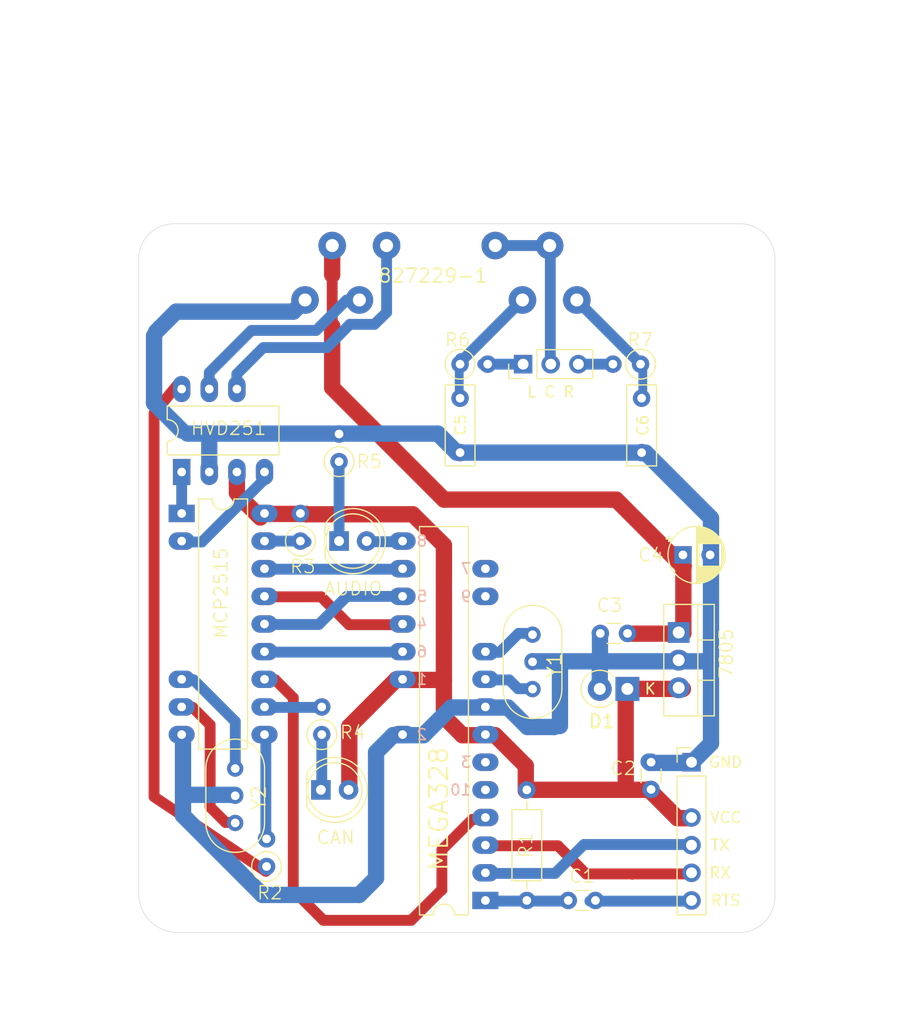
<source format=kicad_pcb>
(kicad_pcb (version 20171130) (host pcbnew "(5.1.4)-1")

  (general
    (thickness 1.6)
    (drawings 31)
    (tracks 185)
    (zones 0)
    (modules 29)
    (nets 33)
  )

  (page A4)
  (layers
    (0 Top signal)
    (31 Bottom signal)
    (32 B.Adhes user)
    (33 F.Adhes user)
    (34 B.Paste user)
    (35 F.Paste user)
    (36 B.SilkS user)
    (37 F.SilkS user)
    (38 B.Mask user)
    (39 F.Mask user)
    (40 Dwgs.User user)
    (41 Cmts.User user)
    (42 Eco1.User user)
    (43 Eco2.User user)
    (44 Edge.Cuts user)
    (45 Margin user)
    (46 B.CrtYd user)
    (47 F.CrtYd user)
    (48 B.Fab user)
    (49 F.Fab user)
  )

  (setup
    (last_trace_width 0.25)
    (trace_clearance 0.1524)
    (zone_clearance 0.508)
    (zone_45_only no)
    (trace_min 0.2)
    (via_size 0.8)
    (via_drill 0.4)
    (via_min_size 0.4)
    (via_min_drill 0.3)
    (uvia_size 0.3)
    (uvia_drill 0.1)
    (uvias_allowed no)
    (uvia_min_size 0.2)
    (uvia_min_drill 0.1)
    (edge_width 0.05)
    (segment_width 0.2)
    (pcb_text_width 0.3)
    (pcb_text_size 1.5 1.5)
    (mod_edge_width 0.12)
    (mod_text_size 1 1)
    (mod_text_width 0.15)
    (pad_size 1.7 1.7)
    (pad_drill 1)
    (pad_to_mask_clearance 0.051)
    (solder_mask_min_width 0.25)
    (aux_axis_origin 0 0)
    (visible_elements 7FFFFFFF)
    (pcbplotparams
      (layerselection 0x010fc_ffffffff)
      (usegerberextensions false)
      (usegerberattributes false)
      (usegerberadvancedattributes false)
      (creategerberjobfile false)
      (excludeedgelayer true)
      (linewidth 0.100000)
      (plotframeref false)
      (viasonmask false)
      (mode 1)
      (useauxorigin false)
      (hpglpennumber 1)
      (hpglpenspeed 20)
      (hpglpendiameter 15.000000)
      (psnegative false)
      (psa4output false)
      (plotreference true)
      (plotvalue true)
      (plotinvisibletext false)
      (padsonsilk false)
      (subtractmaskfromsilk false)
      (outputformat 1)
      (mirror false)
      (drillshape 1)
      (scaleselection 1)
      (outputdirectory ""))
  )

  (net 0 "")
  (net 1 GND)
  (net 2 +5V)
  (net 3 INT)
  (net 4 MOSI)
  (net 5 CS)
  (net 6 SCK)
  (net 7 RESET)
  (net 8 RTS)
  (net 9 LOUT)
  (net 10 GBUF)
  (net 11 ROUT)
  (net 12 CANH)
  (net 13 CANL)
  (net 14 TOSC2)
  (net 15 TOSC1)
  (net 16 OSC1)
  (net 17 OSC2)
  (net 18 RX0BF)
  (net 19 RX1BF)
  (net 20 N$35)
  (net 21 TX)
  (net 22 RX)
  (net 23 TXCAN)
  (net 24 RXCAN)
  (net 25 MISO)
  (net 26 STDBY)
  (net 27 +12)
  (net 28 N$13)
  (net 29 XRESET)
  (net 30 N$15)
  (net 31 N$17)
  (net 32 N$18)

  (net_class Default "This is the default net class."
    (clearance 0.1524)
    (trace_width 0.25)
    (via_dia 0.8)
    (via_drill 0.4)
    (uvia_dia 0.3)
    (uvia_drill 0.1)
    (add_net +12)
    (add_net +5V)
    (add_net CANH)
    (add_net CANL)
    (add_net CS)
    (add_net GBUF)
    (add_net GND)
    (add_net INT)
    (add_net LOUT)
    (add_net MISO)
    (add_net MOSI)
    (add_net N$13)
    (add_net N$15)
    (add_net N$17)
    (add_net N$18)
    (add_net N$35)
    (add_net OSC1)
    (add_net OSC2)
    (add_net RESET)
    (add_net ROUT)
    (add_net RTS)
    (add_net RX)
    (add_net RX0BF)
    (add_net RX1BF)
    (add_net RXCAN)
    (add_net SCK)
    (add_net STDBY)
    (add_net TOSC1)
    (add_net TOSC2)
    (add_net TX)
    (add_net TXCAN)
    (add_net XRESET)
  )

  (module LED_THT:LED_D5.0mm (layer Top) (tedit 5DDA27A0) (tstamp 5DDBF729)
    (at 137.668 101.6)
    (descr "LED, diameter 5.0mm, 2 pins, http://cdn-reichelt.de/documents/datenblatt/A500/LL-504BC2E-009.pdf")
    (tags "LED diameter 5.0mm 2 pins")
    (fp_text reference AUDIO (at 4.064 5.08) (layer F.SilkS)
      (effects (font (size 1.2065 1.2065) (thickness 0.12065)) (justify right bottom))
    )
    (fp_text value 5V (at 3.2004 1.8034) (layer F.Fab)
      (effects (font (size 1.2065 1.2065) (thickness 0.12065)) (justify right bottom))
    )
    (fp_line (start 4.5 -3.25) (end -1.95 -3.25) (layer F.CrtYd) (width 0.05))
    (fp_line (start 4.5 3.25) (end 4.5 -3.25) (layer F.CrtYd) (width 0.05))
    (fp_line (start -1.95 3.25) (end 4.5 3.25) (layer F.CrtYd) (width 0.05))
    (fp_line (start -1.95 -3.25) (end -1.95 3.25) (layer F.CrtYd) (width 0.05))
    (fp_line (start -1.29 -1.545) (end -1.29 1.545) (layer F.SilkS) (width 0.12))
    (fp_line (start -1.23 -1.469694) (end -1.23 1.469694) (layer F.Fab) (width 0.1))
    (fp_circle (center 1.27 0) (end 3.77 0) (layer F.SilkS) (width 0.12))
    (fp_circle (center 1.27 0) (end 3.77 0) (layer F.Fab) (width 0.1))
    (fp_arc (start 1.27 0) (end -1.29 1.54483) (angle -148.9) (layer F.SilkS) (width 0.12))
    (fp_arc (start 1.27 0) (end -1.29 -1.54483) (angle 148.9) (layer F.SilkS) (width 0.12))
    (fp_arc (start 1.27 0) (end -1.23 -1.469694) (angle 299.1) (layer F.Fab) (width 0.1))
    (pad 2 thru_hole circle (at 2.54 0) (size 1.8 1.8) (drill 0.9) (layers *.Cu *.Mask)
      (net 29 XRESET))
    (pad 1 thru_hole rect (at 0 0) (size 1.8 1.8) (drill 0.9) (layers *.Cu *.Mask)
      (net 30 N$15))
    (model ${KISYS3DMOD}/LED_THT.3dshapes/LED_D5.0mm.wrl
      (at (xyz 0 0 0))
      (scale (xyz 1 1 1))
      (rotate (xyz 0 0 0))
    )
  )

  (module Resistor_THT:R_Axial_DIN0207_L6.3mm_D2.5mm_P2.54mm_Vertical (layer Top) (tedit 5DDBFB7C) (tstamp 5DDBF71B)
    (at 137.668 94.3 90)
    (descr "Resistor, Axial_DIN0207 series, Axial, Vertical, pin pitch=2.54mm, 0.25W = 1/4W, length*diameter=6.3*2.5mm^2, http://cdn-reichelt.de/documents/datenblatt/B400/1_4W%23YAG.pdf")
    (tags "Resistor Axial_DIN0207 series Axial Vertical pin pitch 2.54mm 0.25W = 1/4W length 6.3mm diameter 2.5mm")
    (fp_text reference R5 (at -0.696 1.524) (layer F.SilkS)
      (effects (font (size 1.2065 1.2065) (thickness 0.12065)) (justify left bottom))
    )
    (fp_text value 1K (at 3.876 -1.016) (layer F.Fab) hide
      (effects (font (size 1.2065 1.2065) (thickness 0.127)) (justify left bottom))
    )
    (fp_circle (center 0 0) (end 1.25 0) (layer F.Fab) (width 0.1))
    (fp_circle (center 0 0) (end 1.37 0) (layer F.SilkS) (width 0.12))
    (fp_line (start 0 0) (end 2.54 0) (layer F.Fab) (width 0.1))
    (fp_line (start 1.37 0) (end 1.44 0) (layer F.SilkS) (width 0.12))
    (fp_line (start -1.5 -1.5) (end -1.5 1.5) (layer F.CrtYd) (width 0.05))
    (fp_line (start -1.5 1.5) (end 3.59 1.5) (layer F.CrtYd) (width 0.05))
    (fp_line (start 3.59 1.5) (end 3.59 -1.5) (layer F.CrtYd) (width 0.05))
    (fp_line (start 3.59 -1.5) (end -1.5 -1.5) (layer F.CrtYd) (width 0.05))
    (pad 1 thru_hole circle (at 0 0 90) (size 1.6 1.6) (drill 0.8) (layers *.Cu *.Mask)
      (net 30 N$15))
    (pad 2 thru_hole oval (at 2.54 0 90) (size 1.6 1.6) (drill 0.8) (layers *.Cu *.Mask)
      (net 1 GND))
    (model ${KISYS3DMOD}/Resistor_THT.3dshapes/R_Axial_DIN0207_L6.3mm_D2.5mm_P2.54mm_Vertical.wrl
      (at (xyz 0 0 0))
      (scale (xyz 1 1 1))
      (rotate (xyz 0 0 0))
    )
  )

  (module Capacitor_THT:C_Disc_D3.0mm_W1.6mm_P2.50mm (layer Top) (tedit 5AE50EF0) (tstamp 5DD70101)
    (at 164.2 110.082173 180)
    (descr "C, Disc series, Radial, pin pitch=2.50mm, , diameter*width=3.0*1.6mm^2, Capacitor, http://www.vishay.com/docs/45233/krseries.pdf")
    (tags "C Disc series Radial pin pitch 2.50mm  diameter 3.0mm width 1.6mm Capacitor")
    (fp_text reference C3 (at 2.91 1.878173) (layer F.SilkS)
      (effects (font (size 1.2065 1.2065) (thickness 0.12065)) (justify left bottom))
    )
    (fp_text value 470nF (at 5.196 3.402173) (layer F.Fab)
      (effects (font (size 1.2065 1.2065) (thickness 0.12065)) (justify left bottom))
    )
    (fp_line (start 3.55 -1.05) (end -1.05 -1.05) (layer F.CrtYd) (width 0.05))
    (fp_line (start 3.55 1.05) (end 3.55 -1.05) (layer F.CrtYd) (width 0.05))
    (fp_line (start -1.05 1.05) (end 3.55 1.05) (layer F.CrtYd) (width 0.05))
    (fp_line (start -1.05 -1.05) (end -1.05 1.05) (layer F.CrtYd) (width 0.05))
    (fp_line (start 0.621 0.92) (end 1.879 0.92) (layer F.SilkS) (width 0.12))
    (fp_line (start 0.621 -0.92) (end 1.879 -0.92) (layer F.SilkS) (width 0.12))
    (fp_line (start 2.75 -0.8) (end -0.25 -0.8) (layer F.Fab) (width 0.1))
    (fp_line (start 2.75 0.8) (end 2.75 -0.8) (layer F.Fab) (width 0.1))
    (fp_line (start -0.25 0.8) (end 2.75 0.8) (layer F.Fab) (width 0.1))
    (fp_line (start -0.25 -0.8) (end -0.25 0.8) (layer F.Fab) (width 0.1))
    (pad 2 thru_hole circle (at 2.5 0 180) (size 1.6 1.6) (drill 0.8) (layers *.Cu *.Mask)
      (net 1 GND))
    (pad 1 thru_hole circle (at 0 0 180) (size 1.6 1.6) (drill 0.8) (layers *.Cu *.Mask)
      (net 27 +12))
    (model ${KISYS3DMOD}/Capacitor_THT.3dshapes/C_Disc_D3.0mm_W1.6mm_P2.50mm.wrl
      (at (xyz 0 0 0))
      (scale (xyz 1 1 1))
      (rotate (xyz 0 0 0))
    )
  )

  (module Capacitor_THT:C_Disc_D3.0mm_W1.6mm_P2.50mm (layer Top) (tedit 5AE50EF0) (tstamp 5DD70116)
    (at 166.37 124.42 90)
    (descr "C, Disc series, Radial, pin pitch=2.50mm, , diameter*width=3.0*1.6mm^2, Capacitor, http://www.vishay.com/docs/45233/krseries.pdf")
    (tags "C Disc series Radial pin pitch 2.50mm  diameter 3.0mm width 1.6mm Capacitor")
    (fp_text reference C2 (at 1.23 -3.81) (layer F.SilkS)
      (effects (font (size 1.2065 1.2065) (thickness 0.12065)) (justify left bottom))
    )
    (fp_text value 0.1uF (at -2.58 -4.826) (layer F.Fab)
      (effects (font (size 1.2065 1.2065) (thickness 0.12065)) (justify left bottom))
    )
    (fp_line (start 3.55 -1.05) (end -1.05 -1.05) (layer F.CrtYd) (width 0.05))
    (fp_line (start 3.55 1.05) (end 3.55 -1.05) (layer F.CrtYd) (width 0.05))
    (fp_line (start -1.05 1.05) (end 3.55 1.05) (layer F.CrtYd) (width 0.05))
    (fp_line (start -1.05 -1.05) (end -1.05 1.05) (layer F.CrtYd) (width 0.05))
    (fp_line (start 0.621 0.92) (end 1.879 0.92) (layer F.SilkS) (width 0.12))
    (fp_line (start 0.621 -0.92) (end 1.879 -0.92) (layer F.SilkS) (width 0.12))
    (fp_line (start 2.75 -0.8) (end -0.25 -0.8) (layer F.Fab) (width 0.1))
    (fp_line (start 2.75 0.8) (end 2.75 -0.8) (layer F.Fab) (width 0.1))
    (fp_line (start -0.25 0.8) (end 2.75 0.8) (layer F.Fab) (width 0.1))
    (fp_line (start -0.25 -0.8) (end -0.25 0.8) (layer F.Fab) (width 0.1))
    (pad 2 thru_hole circle (at 2.5 0 90) (size 1.6 1.6) (drill 0.8) (layers *.Cu *.Mask)
      (net 1 GND))
    (pad 1 thru_hole circle (at 0 0 90) (size 1.6 1.6) (drill 0.8) (layers *.Cu *.Mask)
      (net 2 +5V))
    (model ${KISYS3DMOD}/Capacitor_THT.3dshapes/C_Disc_D3.0mm_W1.6mm_P2.50mm.wrl
      (at (xyz 0 0 0))
      (scale (xyz 1 1 1))
      (rotate (xyz 0 0 0))
    )
  )

  (module Capacitor_THT:C_Disc_D3.0mm_W1.6mm_P2.50mm (layer Top) (tedit 5AE50EF0) (tstamp 5DD6FEF8)
    (at 158.75 134.62)
    (descr "C, Disc series, Radial, pin pitch=2.50mm, , diameter*width=3.0*1.6mm^2, Capacitor, http://www.vishay.com/docs/45233/krseries.pdf")
    (tags "C Disc series Radial pin pitch 2.50mm  diameter 3.0mm width 1.6mm Capacitor")
    (fp_text reference C1 (at 0 -1.524) (layer F.SilkS)
      (effects (font (size 1.2065 1.2065) (thickness 0.12065)) (justify left bottom))
    )
    (fp_text value 0.1uF (at -1.27 2.794) (layer F.Fab) hide
      (effects (font (size 1.2065 1.2065) (thickness 0.127)) (justify left bottom))
    )
    (fp_line (start 3.55 -1.05) (end -1.05 -1.05) (layer F.CrtYd) (width 0.05))
    (fp_line (start 3.55 1.05) (end 3.55 -1.05) (layer F.CrtYd) (width 0.05))
    (fp_line (start -1.05 1.05) (end 3.55 1.05) (layer F.CrtYd) (width 0.05))
    (fp_line (start -1.05 -1.05) (end -1.05 1.05) (layer F.CrtYd) (width 0.05))
    (fp_line (start 0.621 0.92) (end 1.879 0.92) (layer F.SilkS) (width 0.12))
    (fp_line (start 0.621 -0.92) (end 1.879 -0.92) (layer F.SilkS) (width 0.12))
    (fp_line (start 2.75 -0.8) (end -0.25 -0.8) (layer F.Fab) (width 0.1))
    (fp_line (start 2.75 0.8) (end 2.75 -0.8) (layer F.Fab) (width 0.1))
    (fp_line (start -0.25 0.8) (end 2.75 0.8) (layer F.Fab) (width 0.1))
    (fp_line (start -0.25 -0.8) (end -0.25 0.8) (layer F.Fab) (width 0.1))
    (pad 2 thru_hole circle (at 2.5 0) (size 1.6 1.6) (drill 0.8) (layers *.Cu *.Mask)
      (net 8 RTS))
    (pad 1 thru_hole circle (at 0 0) (size 1.6 1.6) (drill 0.8) (layers *.Cu *.Mask)
      (net 7 RESET))
    (model ${KISYS3DMOD}/Capacitor_THT.3dshapes/C_Disc_D3.0mm_W1.6mm_P2.50mm.wrl
      (at (xyz 0 0 0))
      (scale (xyz 1 1 1))
      (rotate (xyz 0 0 0))
    )
  )

  (module Capacitor_THT:CP_Radial_D5.0mm_P2.50mm (layer Top) (tedit 5DDA272A) (tstamp 5DD70030)
    (at 169.3 102.87)
    (descr "CP, Radial series, Radial, pin pitch=2.50mm, , diameter=5mm, Electrolytic Capacitor")
    (tags "CP Radial series Radial pin pitch 2.50mm  diameter 5mm Electrolytic Capacitor")
    (fp_text reference C4 (at -4.2 0.715827) (layer F.SilkS)
      (effects (font (size 1.2065 1.2065) (thickness 0.12065)) (justify left bottom))
    )
    (fp_text value 1uF (at -5.216 -0.808173) (layer F.Fab)
      (effects (font (size 1.2065 1.2065) (thickness 0.12065)) (justify left bottom))
    )
    (fp_line (start -1.304775 -1.725) (end -1.304775 -1.225) (layer F.SilkS) (width 0.12))
    (fp_line (start -1.554775 -1.475) (end -1.054775 -1.475) (layer F.SilkS) (width 0.12))
    (fp_line (start 3.851 -0.284) (end 3.851 0.284) (layer F.SilkS) (width 0.12))
    (fp_line (start 3.811 -0.518) (end 3.811 0.518) (layer F.SilkS) (width 0.12))
    (fp_line (start 3.771 -0.677) (end 3.771 0.677) (layer F.SilkS) (width 0.12))
    (fp_line (start 3.731 -0.805) (end 3.731 0.805) (layer F.SilkS) (width 0.12))
    (fp_line (start 3.691 -0.915) (end 3.691 0.915) (layer F.SilkS) (width 0.12))
    (fp_line (start 3.651 -1.011) (end 3.651 1.011) (layer F.SilkS) (width 0.12))
    (fp_line (start 3.611 -1.098) (end 3.611 1.098) (layer F.SilkS) (width 0.12))
    (fp_line (start 3.571 -1.178) (end 3.571 1.178) (layer F.SilkS) (width 0.12))
    (fp_line (start 3.531 1.04) (end 3.531 1.251) (layer F.SilkS) (width 0.12))
    (fp_line (start 3.531 -1.251) (end 3.531 -1.04) (layer F.SilkS) (width 0.12))
    (fp_line (start 3.491 1.04) (end 3.491 1.319) (layer F.SilkS) (width 0.12))
    (fp_line (start 3.491 -1.319) (end 3.491 -1.04) (layer F.SilkS) (width 0.12))
    (fp_line (start 3.451 1.04) (end 3.451 1.383) (layer F.SilkS) (width 0.12))
    (fp_line (start 3.451 -1.383) (end 3.451 -1.04) (layer F.SilkS) (width 0.12))
    (fp_line (start 3.411 1.04) (end 3.411 1.443) (layer F.SilkS) (width 0.12))
    (fp_line (start 3.411 -1.443) (end 3.411 -1.04) (layer F.SilkS) (width 0.12))
    (fp_line (start 3.371 1.04) (end 3.371 1.5) (layer F.SilkS) (width 0.12))
    (fp_line (start 3.371 -1.5) (end 3.371 -1.04) (layer F.SilkS) (width 0.12))
    (fp_line (start 3.331 1.04) (end 3.331 1.554) (layer F.SilkS) (width 0.12))
    (fp_line (start 3.331 -1.554) (end 3.331 -1.04) (layer F.SilkS) (width 0.12))
    (fp_line (start 3.291 1.04) (end 3.291 1.605) (layer F.SilkS) (width 0.12))
    (fp_line (start 3.291 -1.605) (end 3.291 -1.04) (layer F.SilkS) (width 0.12))
    (fp_line (start 3.251 1.04) (end 3.251 1.653) (layer F.SilkS) (width 0.12))
    (fp_line (start 3.251 -1.653) (end 3.251 -1.04) (layer F.SilkS) (width 0.12))
    (fp_line (start 3.211 1.04) (end 3.211 1.699) (layer F.SilkS) (width 0.12))
    (fp_line (start 3.211 -1.699) (end 3.211 -1.04) (layer F.SilkS) (width 0.12))
    (fp_line (start 3.171 1.04) (end 3.171 1.743) (layer F.SilkS) (width 0.12))
    (fp_line (start 3.171 -1.743) (end 3.171 -1.04) (layer F.SilkS) (width 0.12))
    (fp_line (start 3.131 1.04) (end 3.131 1.785) (layer F.SilkS) (width 0.12))
    (fp_line (start 3.131 -1.785) (end 3.131 -1.04) (layer F.SilkS) (width 0.12))
    (fp_line (start 3.091 1.04) (end 3.091 1.826) (layer F.SilkS) (width 0.12))
    (fp_line (start 3.091 -1.826) (end 3.091 -1.04) (layer F.SilkS) (width 0.12))
    (fp_line (start 3.051 1.04) (end 3.051 1.864) (layer F.SilkS) (width 0.12))
    (fp_line (start 3.051 -1.864) (end 3.051 -1.04) (layer F.SilkS) (width 0.12))
    (fp_line (start 3.011 1.04) (end 3.011 1.901) (layer F.SilkS) (width 0.12))
    (fp_line (start 3.011 -1.901) (end 3.011 -1.04) (layer F.SilkS) (width 0.12))
    (fp_line (start 2.971 1.04) (end 2.971 1.937) (layer F.SilkS) (width 0.12))
    (fp_line (start 2.971 -1.937) (end 2.971 -1.04) (layer F.SilkS) (width 0.12))
    (fp_line (start 2.931 1.04) (end 2.931 1.971) (layer F.SilkS) (width 0.12))
    (fp_line (start 2.931 -1.971) (end 2.931 -1.04) (layer F.SilkS) (width 0.12))
    (fp_line (start 2.891 1.04) (end 2.891 2.004) (layer F.SilkS) (width 0.12))
    (fp_line (start 2.891 -2.004) (end 2.891 -1.04) (layer F.SilkS) (width 0.12))
    (fp_line (start 2.851 1.04) (end 2.851 2.035) (layer F.SilkS) (width 0.12))
    (fp_line (start 2.851 -2.035) (end 2.851 -1.04) (layer F.SilkS) (width 0.12))
    (fp_line (start 2.811 1.04) (end 2.811 2.065) (layer F.SilkS) (width 0.12))
    (fp_line (start 2.811 -2.065) (end 2.811 -1.04) (layer F.SilkS) (width 0.12))
    (fp_line (start 2.771 1.04) (end 2.771 2.095) (layer F.SilkS) (width 0.12))
    (fp_line (start 2.771 -2.095) (end 2.771 -1.04) (layer F.SilkS) (width 0.12))
    (fp_line (start 2.731 1.04) (end 2.731 2.122) (layer F.SilkS) (width 0.12))
    (fp_line (start 2.731 -2.122) (end 2.731 -1.04) (layer F.SilkS) (width 0.12))
    (fp_line (start 2.691 1.04) (end 2.691 2.149) (layer F.SilkS) (width 0.12))
    (fp_line (start 2.691 -2.149) (end 2.691 -1.04) (layer F.SilkS) (width 0.12))
    (fp_line (start 2.651 1.04) (end 2.651 2.175) (layer F.SilkS) (width 0.12))
    (fp_line (start 2.651 -2.175) (end 2.651 -1.04) (layer F.SilkS) (width 0.12))
    (fp_line (start 2.611 1.04) (end 2.611 2.2) (layer F.SilkS) (width 0.12))
    (fp_line (start 2.611 -2.2) (end 2.611 -1.04) (layer F.SilkS) (width 0.12))
    (fp_line (start 2.571 1.04) (end 2.571 2.224) (layer F.SilkS) (width 0.12))
    (fp_line (start 2.571 -2.224) (end 2.571 -1.04) (layer F.SilkS) (width 0.12))
    (fp_line (start 2.531 1.04) (end 2.531 2.247) (layer F.SilkS) (width 0.12))
    (fp_line (start 2.531 -2.247) (end 2.531 -1.04) (layer F.SilkS) (width 0.12))
    (fp_line (start 2.491 1.04) (end 2.491 2.268) (layer F.SilkS) (width 0.12))
    (fp_line (start 2.491 -2.268) (end 2.491 -1.04) (layer F.SilkS) (width 0.12))
    (fp_line (start 2.451 1.04) (end 2.451 2.29) (layer F.SilkS) (width 0.12))
    (fp_line (start 2.451 -2.29) (end 2.451 -1.04) (layer F.SilkS) (width 0.12))
    (fp_line (start 2.411 1.04) (end 2.411 2.31) (layer F.SilkS) (width 0.12))
    (fp_line (start 2.411 -2.31) (end 2.411 -1.04) (layer F.SilkS) (width 0.12))
    (fp_line (start 2.371 1.04) (end 2.371 2.329) (layer F.SilkS) (width 0.12))
    (fp_line (start 2.371 -2.329) (end 2.371 -1.04) (layer F.SilkS) (width 0.12))
    (fp_line (start 2.331 1.04) (end 2.331 2.348) (layer F.SilkS) (width 0.12))
    (fp_line (start 2.331 -2.348) (end 2.331 -1.04) (layer F.SilkS) (width 0.12))
    (fp_line (start 2.291 1.04) (end 2.291 2.365) (layer F.SilkS) (width 0.12))
    (fp_line (start 2.291 -2.365) (end 2.291 -1.04) (layer F.SilkS) (width 0.12))
    (fp_line (start 2.251 1.04) (end 2.251 2.382) (layer F.SilkS) (width 0.12))
    (fp_line (start 2.251 -2.382) (end 2.251 -1.04) (layer F.SilkS) (width 0.12))
    (fp_line (start 2.211 1.04) (end 2.211 2.398) (layer F.SilkS) (width 0.12))
    (fp_line (start 2.211 -2.398) (end 2.211 -1.04) (layer F.SilkS) (width 0.12))
    (fp_line (start 2.171 1.04) (end 2.171 2.414) (layer F.SilkS) (width 0.12))
    (fp_line (start 2.171 -2.414) (end 2.171 -1.04) (layer F.SilkS) (width 0.12))
    (fp_line (start 2.131 1.04) (end 2.131 2.428) (layer F.SilkS) (width 0.12))
    (fp_line (start 2.131 -2.428) (end 2.131 -1.04) (layer F.SilkS) (width 0.12))
    (fp_line (start 2.091 1.04) (end 2.091 2.442) (layer F.SilkS) (width 0.12))
    (fp_line (start 2.091 -2.442) (end 2.091 -1.04) (layer F.SilkS) (width 0.12))
    (fp_line (start 2.051 1.04) (end 2.051 2.455) (layer F.SilkS) (width 0.12))
    (fp_line (start 2.051 -2.455) (end 2.051 -1.04) (layer F.SilkS) (width 0.12))
    (fp_line (start 2.011 1.04) (end 2.011 2.468) (layer F.SilkS) (width 0.12))
    (fp_line (start 2.011 -2.468) (end 2.011 -1.04) (layer F.SilkS) (width 0.12))
    (fp_line (start 1.971 1.04) (end 1.971 2.48) (layer F.SilkS) (width 0.12))
    (fp_line (start 1.971 -2.48) (end 1.971 -1.04) (layer F.SilkS) (width 0.12))
    (fp_line (start 1.93 1.04) (end 1.93 2.491) (layer F.SilkS) (width 0.12))
    (fp_line (start 1.93 -2.491) (end 1.93 -1.04) (layer F.SilkS) (width 0.12))
    (fp_line (start 1.89 1.04) (end 1.89 2.501) (layer F.SilkS) (width 0.12))
    (fp_line (start 1.89 -2.501) (end 1.89 -1.04) (layer F.SilkS) (width 0.12))
    (fp_line (start 1.85 1.04) (end 1.85 2.511) (layer F.SilkS) (width 0.12))
    (fp_line (start 1.85 -2.511) (end 1.85 -1.04) (layer F.SilkS) (width 0.12))
    (fp_line (start 1.81 1.04) (end 1.81 2.52) (layer F.SilkS) (width 0.12))
    (fp_line (start 1.81 -2.52) (end 1.81 -1.04) (layer F.SilkS) (width 0.12))
    (fp_line (start 1.77 1.04) (end 1.77 2.528) (layer F.SilkS) (width 0.12))
    (fp_line (start 1.77 -2.528) (end 1.77 -1.04) (layer F.SilkS) (width 0.12))
    (fp_line (start 1.73 1.04) (end 1.73 2.536) (layer F.SilkS) (width 0.12))
    (fp_line (start 1.73 -2.536) (end 1.73 -1.04) (layer F.SilkS) (width 0.12))
    (fp_line (start 1.69 1.04) (end 1.69 2.543) (layer F.SilkS) (width 0.12))
    (fp_line (start 1.69 -2.543) (end 1.69 -1.04) (layer F.SilkS) (width 0.12))
    (fp_line (start 1.65 1.04) (end 1.65 2.55) (layer F.SilkS) (width 0.12))
    (fp_line (start 1.65 -2.55) (end 1.65 -1.04) (layer F.SilkS) (width 0.12))
    (fp_line (start 1.61 1.04) (end 1.61 2.556) (layer F.SilkS) (width 0.12))
    (fp_line (start 1.61 -2.556) (end 1.61 -1.04) (layer F.SilkS) (width 0.12))
    (fp_line (start 1.57 1.04) (end 1.57 2.561) (layer F.SilkS) (width 0.12))
    (fp_line (start 1.57 -2.561) (end 1.57 -1.04) (layer F.SilkS) (width 0.12))
    (fp_line (start 1.53 1.04) (end 1.53 2.565) (layer F.SilkS) (width 0.12))
    (fp_line (start 1.53 -2.565) (end 1.53 -1.04) (layer F.SilkS) (width 0.12))
    (fp_line (start 1.49 1.04) (end 1.49 2.569) (layer F.SilkS) (width 0.12))
    (fp_line (start 1.49 -2.569) (end 1.49 -1.04) (layer F.SilkS) (width 0.12))
    (fp_line (start 1.45 -2.573) (end 1.45 2.573) (layer F.SilkS) (width 0.12))
    (fp_line (start 1.41 -2.576) (end 1.41 2.576) (layer F.SilkS) (width 0.12))
    (fp_line (start 1.37 -2.578) (end 1.37 2.578) (layer F.SilkS) (width 0.12))
    (fp_line (start 1.33 -2.579) (end 1.33 2.579) (layer F.SilkS) (width 0.12))
    (fp_line (start 1.29 -2.58) (end 1.29 2.58) (layer F.SilkS) (width 0.12))
    (fp_line (start 1.25 -2.58) (end 1.25 2.58) (layer F.SilkS) (width 0.12))
    (fp_line (start -0.633605 -1.3375) (end -0.633605 -0.8375) (layer F.Fab) (width 0.1))
    (fp_line (start -0.883605 -1.0875) (end -0.383605 -1.0875) (layer F.Fab) (width 0.1))
    (fp_circle (center 1.25 0) (end 4 0) (layer F.CrtYd) (width 0.05))
    (fp_circle (center 1.25 0) (end 3.87 0) (layer F.SilkS) (width 0.12))
    (fp_circle (center 1.25 0) (end 3.75 0) (layer F.Fab) (width 0.1))
    (pad 2 thru_hole circle (at 2.5 0) (size 1.6 1.6) (drill 0.8) (layers *.Cu *.Mask)
      (net 1 GND))
    (pad 1 thru_hole rect (at 0 0) (size 1.6 1.6) (drill 0.8) (layers *.Cu *.Mask)
      (net 27 +12))
    (model ${KISYS3DMOD}/Capacitor_THT.3dshapes/CP_Radial_D5.0mm_P2.50mm.wrl
      (at (xyz 0 0 0))
      (scale (xyz 1 1 1))
      (rotate (xyz 0 0 0))
    )
  )

  (module Diode_THT:D_DO-41_SOD81_P2.54mm_Vertical_KathodeUp (layer Top) (tedit 5DDA26F2) (tstamp 5DD7012B)
    (at 164.188512 115.182173 180)
    (descr "Diode, DO-41_SOD81 series, Axial, Vertical, pin pitch=2.54mm, , length*diameter=5.2*2.7mm^2, , http://www.diodes.com/_files/packages/DO-41%20(Plastic).pdf")
    (tags "Diode DO-41_SOD81 series Axial Vertical pin pitch 2.54mm  length 5.2mm diameter 2.7mm")
    (fp_text reference D1 (at 3.660512 -3.689827) (layer F.SilkS)
      (effects (font (size 1.2065 1.2065) (thickness 0.19304)) (justify left bottom))
    )
    (fp_text value 1N4007-01 (at -3.959488 -4.197827 180) (layer F.Fab) hide
      (effects (font (size 1.2065 1.2065) (thickness 0.2032)) (justify right top))
    )
    (fp_arc (start 2.54 0) (end 1.228847 -1.1) (angle 276.998058) (layer F.SilkS) (width 0.12))
    (fp_circle (center 2.54 0) (end 3.89 0) (layer F.Fab) (width 0.1))
    (fp_line (start 0 0) (end 2.54 0) (layer F.Fab) (width 0.1))
    (fp_line (start -1.35 -1.6) (end -1.35 1.6) (layer F.CrtYd) (width 0.05))
    (fp_line (start -1.35 1.6) (end 4.15 1.6) (layer F.CrtYd) (width 0.05))
    (fp_line (start 4.15 1.6) (end 4.15 -1.6) (layer F.CrtYd) (width 0.05))
    (fp_line (start 4.15 -1.6) (end -1.35 -1.6) (layer F.CrtYd) (width 0.05))
    (fp_text user K (at -2.1 0) (layer F.SilkS)
      (effects (font (size 1 1) (thickness 0.15)))
    )
    (pad 1 thru_hole rect (at 0 0 180) (size 2.2 2.2) (drill 1.1) (layers *.Cu *.Mask)
      (net 2 +5V))
    (pad 2 thru_hole oval (at 2.54 0 180) (size 2.2 2.2) (drill 1.1) (layers *.Cu *.Mask)
      (net 1 GND))
    (model ${KISYS3DMOD}/Diode_THT.3dshapes/D_DO-41_SOD81_P2.54mm_Vertical_KathodeUp.wrl
      (at (xyz 0 0 0))
      (scale (xyz 1 1 1))
      (rotate (xyz 0 0 0))
    )
  )

  (module Resistor_THT:R_Axial_DIN0207_L6.3mm_D2.5mm_P10.16mm_Horizontal (layer Top) (tedit 5AE5139B) (tstamp 5DD6FF0D)
    (at 154.94 124.46 270)
    (descr "Resistor, Axial_DIN0207 series, Axial, Horizontal, pin pitch=10.16mm, 0.25W = 1/4W, length*diameter=6.3*2.5mm^2, http://cdn-reichelt.de/documents/datenblatt/B400/1_4W%23YAG.pdf")
    (tags "Resistor Axial_DIN0207 series Axial Horizontal pin pitch 10.16mm 0.25W = 1/4W length 6.3mm diameter 2.5mm")
    (fp_text reference R1 (at 6.35 -0.604488 90) (layer F.SilkS)
      (effects (font (size 1.2065 1.2065) (thickness 0.12065)) (justify left bottom))
    )
    (fp_text value 10K (at 2.54 -2.54 270) (layer F.Fab) hide
      (effects (font (size 1.2065 1.2065) (thickness 0.127)) (justify right top))
    )
    (fp_line (start 1.93 -1.25) (end 1.93 1.25) (layer F.Fab) (width 0.1))
    (fp_line (start 1.93 1.25) (end 8.23 1.25) (layer F.Fab) (width 0.1))
    (fp_line (start 8.23 1.25) (end 8.23 -1.25) (layer F.Fab) (width 0.1))
    (fp_line (start 8.23 -1.25) (end 1.93 -1.25) (layer F.Fab) (width 0.1))
    (fp_line (start 0 0) (end 1.93 0) (layer F.Fab) (width 0.1))
    (fp_line (start 10.16 0) (end 8.23 0) (layer F.Fab) (width 0.1))
    (fp_line (start 1.81 -1.37) (end 1.81 1.37) (layer F.SilkS) (width 0.12))
    (fp_line (start 1.81 1.37) (end 8.35 1.37) (layer F.SilkS) (width 0.12))
    (fp_line (start 8.35 1.37) (end 8.35 -1.37) (layer F.SilkS) (width 0.12))
    (fp_line (start 8.35 -1.37) (end 1.81 -1.37) (layer F.SilkS) (width 0.12))
    (fp_line (start 1.04 0) (end 1.81 0) (layer F.SilkS) (width 0.12))
    (fp_line (start 9.12 0) (end 8.35 0) (layer F.SilkS) (width 0.12))
    (fp_line (start -1.05 -1.5) (end -1.05 1.5) (layer F.CrtYd) (width 0.05))
    (fp_line (start -1.05 1.5) (end 11.21 1.5) (layer F.CrtYd) (width 0.05))
    (fp_line (start 11.21 1.5) (end 11.21 -1.5) (layer F.CrtYd) (width 0.05))
    (fp_line (start 11.21 -1.5) (end -1.05 -1.5) (layer F.CrtYd) (width 0.05))
    (pad 1 thru_hole circle (at 0 0 270) (size 1.6 1.6) (drill 0.8) (layers *.Cu *.Mask)
      (net 2 +5V))
    (pad 2 thru_hole oval (at 10.16 0 270) (size 1.6 1.6) (drill 0.8) (layers *.Cu *.Mask)
      (net 7 RESET))
    (model ${KISYS3DMOD}/Resistor_THT.3dshapes/R_Axial_DIN0207_L6.3mm_D2.5mm_P10.16mm_Horizontal.wrl
      (at (xyz 0 0 0))
      (scale (xyz 1 1 1))
      (rotate (xyz 0 0 0))
    )
  )

  (module Resistor_THT:R_Axial_DIN0207_L6.3mm_D2.5mm_P2.54mm_Vertical (layer Top) (tedit 5AE5139B) (tstamp 5DD70083)
    (at 136.078112 119.38 90)
    (descr "Resistor, Axial_DIN0207 series, Axial, Vertical, pin pitch=2.54mm, 0.25W = 1/4W, length*diameter=6.3*2.5mm^2, http://cdn-reichelt.de/documents/datenblatt/B400/1_4W%23YAG.pdf")
    (tags "Resistor Axial_DIN0207 series Axial Vertical pin pitch 2.54mm 0.25W = 1/4W length 6.3mm diameter 2.5mm")
    (fp_text reference R4 (at -0.508 1.589888) (layer F.SilkS)
      (effects (font (size 1.2065 1.2065) (thickness 0.12065)) (justify left bottom))
    )
    (fp_text value 1K (at 4.064 -0.950112) (layer F.Fab) hide
      (effects (font (size 1.2065 1.2065) (thickness 0.127)) (justify left bottom))
    )
    (fp_line (start 3.59 -1.5) (end -1.5 -1.5) (layer F.CrtYd) (width 0.05))
    (fp_line (start 3.59 1.5) (end 3.59 -1.5) (layer F.CrtYd) (width 0.05))
    (fp_line (start -1.5 1.5) (end 3.59 1.5) (layer F.CrtYd) (width 0.05))
    (fp_line (start -1.5 -1.5) (end -1.5 1.5) (layer F.CrtYd) (width 0.05))
    (fp_line (start 1.37 0) (end 1.44 0) (layer F.SilkS) (width 0.12))
    (fp_line (start 0 0) (end 2.54 0) (layer F.Fab) (width 0.1))
    (fp_circle (center 0 0) (end 1.37 0) (layer F.SilkS) (width 0.12))
    (fp_circle (center 0 0) (end 1.25 0) (layer F.Fab) (width 0.1))
    (pad 2 thru_hole oval (at 2.54 0 90) (size 1.6 1.6) (drill 0.8) (layers *.Cu *.Mask)
      (net 18 RX0BF))
    (pad 1 thru_hole circle (at 0 0 90) (size 1.6 1.6) (drill 0.8) (layers *.Cu *.Mask)
      (net 28 N$13))
    (model ${KISYS3DMOD}/Resistor_THT.3dshapes/R_Axial_DIN0207_L6.3mm_D2.5mm_P2.54mm_Vertical.wrl
      (at (xyz 0 0 0))
      (scale (xyz 1 1 1))
      (rotate (xyz 0 0 0))
    )
  )

  (module Resistor_THT:R_Axial_DIN0207_L6.3mm_D2.5mm_P2.54mm_Vertical (layer Top) (tedit 5AE5139B) (tstamp 5DD700C8)
    (at 134.112 101.6 90)
    (descr "Resistor, Axial_DIN0207 series, Axial, Vertical, pin pitch=2.54mm, 0.25W = 1/4W, length*diameter=6.3*2.5mm^2, http://cdn-reichelt.de/documents/datenblatt/B400/1_4W%23YAG.pdf")
    (tags "Resistor Axial_DIN0207 series Axial Vertical pin pitch 2.54mm 0.25W = 1/4W length 6.3mm diameter 2.5mm")
    (fp_text reference R3 (at -3.048 -1.034712) (layer F.SilkS)
      (effects (font (size 1.2065 1.2065) (thickness 0.12065)) (justify left bottom))
    )
    (fp_text value 10K (at 3.556 -1.524) (layer F.Fab) hide
      (effects (font (size 1.2065 1.2065) (thickness 0.127)) (justify left bottom))
    )
    (fp_line (start 3.59 -1.5) (end -1.5 -1.5) (layer F.CrtYd) (width 0.05))
    (fp_line (start 3.59 1.5) (end 3.59 -1.5) (layer F.CrtYd) (width 0.05))
    (fp_line (start -1.5 1.5) (end 3.59 1.5) (layer F.CrtYd) (width 0.05))
    (fp_line (start -1.5 -1.5) (end -1.5 1.5) (layer F.CrtYd) (width 0.05))
    (fp_line (start 1.37 0) (end 1.44 0) (layer F.SilkS) (width 0.12))
    (fp_line (start 0 0) (end 2.54 0) (layer F.Fab) (width 0.1))
    (fp_circle (center 0 0) (end 1.37 0) (layer F.SilkS) (width 0.12))
    (fp_circle (center 0 0) (end 1.25 0) (layer F.Fab) (width 0.1))
    (pad 2 thru_hole oval (at 2.54 0 90) (size 1.6 1.6) (drill 0.8) (layers *.Cu *.Mask)
      (net 2 +5V))
    (pad 1 thru_hole circle (at 0 0 90) (size 1.6 1.6) (drill 0.8) (layers *.Cu *.Mask)
      (net 20 N$35))
    (model ${KISYS3DMOD}/Resistor_THT.3dshapes/R_Axial_DIN0207_L6.3mm_D2.5mm_P2.54mm_Vertical.wrl
      (at (xyz 0 0 0))
      (scale (xyz 1 1 1))
      (rotate (xyz 0 0 0))
    )
  )

  (module Resistor_THT:R_Axial_DIN0207_L6.3mm_D2.5mm_P2.54mm_Vertical (layer Top) (tedit 5AE5139B) (tstamp 5DD7008D)
    (at 131 131.5 90)
    (descr "Resistor, Axial_DIN0207 series, Axial, Vertical, pin pitch=2.54mm, 0.25W = 1/4W, length*diameter=6.3*2.5mm^2, http://cdn-reichelt.de/documents/datenblatt/B400/1_4W%23YAG.pdf")
    (tags "Resistor Axial_DIN0207 series Axial Vertical pin pitch 2.54mm 0.25W = 1/4W length 6.3mm diameter 2.5mm")
    (fp_text reference R2 (at -3.12 -0.952) (layer F.SilkS)
      (effects (font (size 1.2065 1.2065) (thickness 0.12065)) (justify left bottom))
    )
    (fp_text value 10K (at -4.644 -1.46) (layer F.Fab) hide
      (effects (font (size 1.2065 1.2065) (thickness 0.127)) (justify left bottom))
    )
    (fp_line (start 3.59 -1.5) (end -1.5 -1.5) (layer F.CrtYd) (width 0.05))
    (fp_line (start 3.59 1.5) (end 3.59 -1.5) (layer F.CrtYd) (width 0.05))
    (fp_line (start -1.5 1.5) (end 3.59 1.5) (layer F.CrtYd) (width 0.05))
    (fp_line (start -1.5 -1.5) (end -1.5 1.5) (layer F.CrtYd) (width 0.05))
    (fp_line (start 1.37 0) (end 1.44 0) (layer F.SilkS) (width 0.12))
    (fp_line (start 0 0) (end 2.54 0) (layer F.Fab) (width 0.1))
    (fp_circle (center 0 0) (end 1.37 0) (layer F.SilkS) (width 0.12))
    (fp_circle (center 0 0) (end 1.25 0) (layer F.Fab) (width 0.1))
    (pad 2 thru_hole oval (at 2.54 0 90) (size 1.6 1.6) (drill 0.8) (layers *.Cu *.Mask)
      (net 19 RX1BF))
    (pad 1 thru_hole circle (at 0 0 90) (size 1.6 1.6) (drill 0.8) (layers *.Cu *.Mask)
      (net 26 STDBY))
    (model ${KISYS3DMOD}/Resistor_THT.3dshapes/R_Axial_DIN0207_L6.3mm_D2.5mm_P2.54mm_Vertical.wrl
      (at (xyz 0 0 0))
      (scale (xyz 1 1 1))
      (rotate (xyz 0 0 0))
    )
  )

  (module Resistor_THT:R_Axial_DIN0207_L6.3mm_D2.5mm_P2.54mm_Vertical (layer Top) (tedit 5AE5139B) (tstamp 5DD84057)
    (at 148.8 85.344)
    (descr "Resistor, Axial_DIN0207 series, Axial, Vertical, pin pitch=2.54mm, 0.25W = 1/4W, length*diameter=6.3*2.5mm^2, http://cdn-reichelt.de/documents/datenblatt/B400/1_4W%23YAG.pdf")
    (tags "Resistor Axial_DIN0207 series Axial Vertical pin pitch 2.54mm 0.25W = 1/4W length 6.3mm diameter 2.5mm")
    (fp_text reference R6 (at -1.48 -1.524) (layer F.SilkS)
      (effects (font (size 1.2065 1.2065) (thickness 0.12065)) (justify left bottom))
    )
    (fp_text value 1K (at -4.02 0) (layer F.Fab) hide
      (effects (font (size 1.2065 1.2065) (thickness 0.127)) (justify left bottom))
    )
    (fp_line (start 3.59 -1.5) (end -1.5 -1.5) (layer F.CrtYd) (width 0.05))
    (fp_line (start 3.59 1.5) (end 3.59 -1.5) (layer F.CrtYd) (width 0.05))
    (fp_line (start -1.5 1.5) (end 3.59 1.5) (layer F.CrtYd) (width 0.05))
    (fp_line (start -1.5 -1.5) (end -1.5 1.5) (layer F.CrtYd) (width 0.05))
    (fp_line (start 1.37 0) (end 1.44 0) (layer F.SilkS) (width 0.12))
    (fp_line (start 0 0) (end 2.54 0) (layer F.Fab) (width 0.1))
    (fp_circle (center 0 0) (end 1.37 0) (layer F.SilkS) (width 0.12))
    (fp_circle (center 0 0) (end 1.25 0) (layer F.Fab) (width 0.1))
    (pad 2 thru_hole oval (at 2.54 0) (size 1.6 1.6) (drill 0.8) (layers *.Cu *.Mask)
      (net 31 N$17))
    (pad 1 thru_hole circle (at 0 0) (size 1.6 1.6) (drill 0.8) (layers *.Cu *.Mask)
      (net 9 LOUT))
    (model ${KISYS3DMOD}/Resistor_THT.3dshapes/R_Axial_DIN0207_L6.3mm_D2.5mm_P2.54mm_Vertical.wrl
      (at (xyz 0 0 0))
      (scale (xyz 1 1 1))
      (rotate (xyz 0 0 0))
    )
  )

  (module Resistor_THT:R_Axial_DIN0207_L6.3mm_D2.5mm_P2.54mm_Vertical (layer Top) (tedit 5AE5139B) (tstamp 5DD84057)
    (at 165.4 85.344 180)
    (descr "Resistor, Axial_DIN0207 series, Axial, Vertical, pin pitch=2.54mm, 0.25W = 1/4W, length*diameter=6.3*2.5mm^2, http://cdn-reichelt.de/documents/datenblatt/B400/1_4W%23YAG.pdf")
    (tags "Resistor Axial_DIN0207 series Axial Vertical pin pitch 2.54mm 0.25W = 1/4W length 6.3mm diameter 2.5mm")
    (fp_text reference R7 (at -1.224 1.524) (layer F.SilkS)
      (effects (font (size 1.2065 1.2065) (thickness 0.12065)) (justify right bottom))
    )
    (fp_text value 1K (at -4.272 -0.508) (layer F.Fab) hide
      (effects (font (size 1.2065 1.2065) (thickness 0.127)) (justify right bottom))
    )
    (fp_line (start 3.59 -1.5) (end -1.5 -1.5) (layer F.CrtYd) (width 0.05))
    (fp_line (start 3.59 1.5) (end 3.59 -1.5) (layer F.CrtYd) (width 0.05))
    (fp_line (start -1.5 1.5) (end 3.59 1.5) (layer F.CrtYd) (width 0.05))
    (fp_line (start -1.5 -1.5) (end -1.5 1.5) (layer F.CrtYd) (width 0.05))
    (fp_line (start 1.37 0) (end 1.44 0) (layer F.SilkS) (width 0.12))
    (fp_line (start 0 0) (end 2.54 0) (layer F.Fab) (width 0.1))
    (fp_circle (center 0 0) (end 1.37 0) (layer F.SilkS) (width 0.12))
    (fp_circle (center 0 0) (end 1.25 0) (layer F.Fab) (width 0.1))
    (pad 2 thru_hole oval (at 2.54 0 180) (size 1.6 1.6) (drill 0.8) (layers *.Cu *.Mask)
      (net 32 N$18))
    (pad 1 thru_hole circle (at 0 0 180) (size 1.6 1.6) (drill 0.8) (layers *.Cu *.Mask)
      (net 11 ROUT))
    (model ${KISYS3DMOD}/Resistor_THT.3dshapes/R_Axial_DIN0207_L6.3mm_D2.5mm_P2.54mm_Vertical.wrl
      (at (xyz 0 0 0))
      (scale (xyz 1 1 1))
      (rotate (xyz 0 0 0))
    )
  )

  (module LED_THT:LED_D5.0mm (layer Top) (tedit 5DDA27A0) (tstamp 5DD70067)
    (at 136 124.46)
    (descr "LED, diameter 5.0mm, 2 pins, http://cdn-reichelt.de/documents/datenblatt/A500/LL-504BC2E-009.pdf")
    (tags "LED diameter 5.0mm 2 pins")
    (fp_text reference CAN (at 3.192 5.08) (layer F.SilkS)
      (effects (font (size 1.2065 1.2065) (thickness 0.12065)) (justify right bottom))
    )
    (fp_text value 5V (at 3.2004 1.8034) (layer F.Fab)
      (effects (font (size 1.2065 1.2065) (thickness 0.12065)) (justify right bottom))
    )
    (fp_line (start 4.5 -3.25) (end -1.95 -3.25) (layer F.CrtYd) (width 0.05))
    (fp_line (start 4.5 3.25) (end 4.5 -3.25) (layer F.CrtYd) (width 0.05))
    (fp_line (start -1.95 3.25) (end 4.5 3.25) (layer F.CrtYd) (width 0.05))
    (fp_line (start -1.95 -3.25) (end -1.95 3.25) (layer F.CrtYd) (width 0.05))
    (fp_line (start -1.29 -1.545) (end -1.29 1.545) (layer F.SilkS) (width 0.12))
    (fp_line (start -1.23 -1.469694) (end -1.23 1.469694) (layer F.Fab) (width 0.1))
    (fp_circle (center 1.27 0) (end 3.77 0) (layer F.SilkS) (width 0.12))
    (fp_circle (center 1.27 0) (end 3.77 0) (layer F.Fab) (width 0.1))
    (fp_arc (start 1.27 0) (end -1.29 1.54483) (angle -148.9) (layer F.SilkS) (width 0.12))
    (fp_arc (start 1.27 0) (end -1.29 -1.54483) (angle 148.9) (layer F.SilkS) (width 0.12))
    (fp_arc (start 1.27 0) (end -1.23 -1.469694) (angle 299.1) (layer F.Fab) (width 0.1))
    (pad 2 thru_hole circle (at 2.54 0) (size 1.8 1.8) (drill 0.9) (layers *.Cu *.Mask)
      (net 2 +5V))
    (pad 1 thru_hole rect (at 0 0) (size 1.8 1.8) (drill 0.9) (layers *.Cu *.Mask)
      (net 28 N$13))
    (model ${KISYS3DMOD}/LED_THT.3dshapes/LED_D5.0mm.wrl
      (at (xyz 0 0 0))
      (scale (xyz 1 1 1))
      (rotate (xyz 0 0 0))
    )
  )

  (module Crystal:Resonator-3Pin_W10.0mm_H5.0mm (layer Top) (tedit 5A0FD1B2) (tstamp 5DD70053)
    (at 155.463512 115.2 90)
    (descr "Ceramic Resomator/Filter 10.0x5.0mm^2 RedFrequency MG/MT/MX series, http://www.red-frequency.com/download/datenblatt/redfrequency-datenblatt-ir-zta.pdf, length*width=10.0x5.0mm^2 package, package length=10.0mm, package width=5.0mm, 3 pins")
    (tags "THT ceramic resonator filter")
    (fp_text reference Y1 (at 2.17 2.016488 90) (layer F.SilkS)
      (effects (font (size 1.27 1.27) (thickness 0.15)))
    )
    (fp_text value 16MHz (at 2.17 -1.793512 90) (layer F.SilkS) hide
      (effects (font (size 1.27 1.27) (thickness 0.15)))
    )
    (fp_arc (start 5 0) (end 5 -2.7) (angle 180) (layer F.SilkS) (width 0.12))
    (fp_arc (start 0 0) (end 0 -2.7) (angle -180) (layer F.SilkS) (width 0.12))
    (fp_arc (start 5 0) (end 5 -2.5) (angle 180) (layer F.Fab) (width 0.1))
    (fp_arc (start 0 0) (end 0 -2.5) (angle -180) (layer F.Fab) (width 0.1))
    (fp_arc (start 5 0) (end 5 -2.5) (angle 180) (layer F.Fab) (width 0.1))
    (fp_arc (start 0 0) (end 0 -2.5) (angle -180) (layer F.Fab) (width 0.1))
    (fp_line (start 8 -3) (end -3 -3) (layer F.CrtYd) (width 0.05))
    (fp_line (start 8 3) (end 8 -3) (layer F.CrtYd) (width 0.05))
    (fp_line (start -3 3) (end 8 3) (layer F.CrtYd) (width 0.05))
    (fp_line (start -3 -3) (end -3 3) (layer F.CrtYd) (width 0.05))
    (fp_line (start 0 2.7) (end 5 2.7) (layer F.SilkS) (width 0.12))
    (fp_line (start 0 -2.7) (end 5 -2.7) (layer F.SilkS) (width 0.12))
    (fp_line (start 0 2.5) (end 5 2.5) (layer F.Fab) (width 0.1))
    (fp_line (start 0 -2.5) (end 5 -2.5) (layer F.Fab) (width 0.1))
    (fp_line (start 0 2.5) (end 5 2.5) (layer F.Fab) (width 0.1))
    (fp_line (start 0 -2.5) (end 5 -2.5) (layer F.Fab) (width 0.1))
    (pad 3 thru_hole circle (at 5 0 90) (size 1.5 1.5) (drill 0.8) (layers *.Cu *.Mask)
      (net 14 TOSC2))
    (pad 2 thru_hole circle (at 2.5 0 90) (size 1.5 1.5) (drill 0.8) (layers *.Cu *.Mask)
      (net 1 GND))
    (pad 1 thru_hole circle (at 0 0 90) (size 1.5 1.5) (drill 0.8) (layers *.Cu *.Mask)
      (net 15 TOSC1))
    (model ${KISYS3DMOD}/Crystal.3dshapes/Resonator-3Pin_W10.0mm_H5.0mm.wrl
      (at (xyz 0 0 0))
      (scale (xyz 1 1 1))
      (rotate (xyz 0 0 0))
    )
  )

  (module Crystal:Resonator-3Pin_W10.0mm_H5.0mm (layer Top) (tedit 5A0FD1B2) (tstamp 5DD7005D)
    (at 128.113312 122.5 270)
    (descr "Ceramic Resomator/Filter 10.0x5.0mm^2 RedFrequency MG/MT/MX series, http://www.red-frequency.com/download/datenblatt/redfrequency-datenblatt-ir-zta.pdf, length*width=10.0x5.0mm^2 package, package length=10.0mm, package width=5.0mm, 3 pins")
    (tags "THT ceramic resonator filter")
    (fp_text reference Y2 (at 1.452 -1.426688 270) (layer F.SilkS)
      (effects (font (size 1.27 1.27) (thickness 0.15)) (justify right top))
    )
    (fp_text value 16MHz (at -0.58 2.129312 270) (layer F.SilkS) hide
      (effects (font (size 1.27 1.27) (thickness 0.15)) (justify right top))
    )
    (fp_line (start 0 -2.5) (end 5 -2.5) (layer F.Fab) (width 0.1))
    (fp_line (start 0 2.5) (end 5 2.5) (layer F.Fab) (width 0.1))
    (fp_line (start 0 -2.5) (end 5 -2.5) (layer F.Fab) (width 0.1))
    (fp_line (start 0 2.5) (end 5 2.5) (layer F.Fab) (width 0.1))
    (fp_line (start 0 -2.7) (end 5 -2.7) (layer F.SilkS) (width 0.12))
    (fp_line (start 0 2.7) (end 5 2.7) (layer F.SilkS) (width 0.12))
    (fp_line (start -3 -3) (end -3 3) (layer F.CrtYd) (width 0.05))
    (fp_line (start -3 3) (end 8 3) (layer F.CrtYd) (width 0.05))
    (fp_line (start 8 3) (end 8 -3) (layer F.CrtYd) (width 0.05))
    (fp_line (start 8 -3) (end -3 -3) (layer F.CrtYd) (width 0.05))
    (fp_arc (start 0 0) (end 0 -2.5) (angle -180) (layer F.Fab) (width 0.1))
    (fp_arc (start 5 0) (end 5 -2.5) (angle 180) (layer F.Fab) (width 0.1))
    (fp_arc (start 0 0) (end 0 -2.5) (angle -180) (layer F.Fab) (width 0.1))
    (fp_arc (start 5 0) (end 5 -2.5) (angle 180) (layer F.Fab) (width 0.1))
    (fp_arc (start 0 0) (end 0 -2.7) (angle -180) (layer F.SilkS) (width 0.12))
    (fp_arc (start 5 0) (end 5 -2.7) (angle 180) (layer F.SilkS) (width 0.12))
    (pad 1 thru_hole circle (at 0 0 270) (size 1.5 1.5) (drill 0.8) (layers *.Cu *.Mask)
      (net 17 OSC2))
    (pad 2 thru_hole circle (at 2.5 0 270) (size 1.5 1.5) (drill 0.8) (layers *.Cu *.Mask)
      (net 1 GND))
    (pad 3 thru_hole circle (at 5 0 270) (size 1.5 1.5) (drill 0.8) (layers *.Cu *.Mask)
      (net 16 OSC1))
    (model ${KISYS3DMOD}/Crystal.3dshapes/Resonator-3Pin_W10.0mm_H5.0mm.wrl
      (at (xyz 0 0 0))
      (scale (xyz 1 1 1))
      (rotate (xyz 0 0 0))
    )
  )

  (module Package_TO_SOT_THT:TO-220-3_Vertical (layer Top) (tedit 5DDA2619) (tstamp 5DD6FEDF)
    (at 168.91 110 270)
    (descr "TO-220-3, Vertical, RM 2.54mm, see https://www.vishay.com/docs/66542/to-220-1.pdf")
    (tags "TO-220-3 Vertical RM 2.54mm")
    (fp_text reference IC4 (at 4.391 -1.76 270) (layer F.SilkS) hide
      (effects (font (size 1.2065 1.2065) (thickness 0.127)) (justify right top))
    )
    (fp_text value 7805 (at 4.3 -5.08 90) (layer F.SilkS)
      (effects (font (size 1.2065 1.2065) (thickness 0.12065)) (justify left bottom))
    )
    (fp_text user - (at -0.635 3.81 270) (layer F.Fab)
      (effects (font (size 1.2065 1.2065) (thickness 0.127)) (justify left bottom))
    )
    (fp_text user I (at -3.175 3.81 270) (layer F.Fab)
      (effects (font (size 1.2065 1.2065) (thickness 0.127)) (justify left bottom))
    )
    (fp_text user O (at 1.905 3.81 270) (layer F.Fab)
      (effects (font (size 1.2065 1.2065) (thickness 0.127)) (justify left bottom))
    )
    (fp_line (start -2.46 -3.15) (end -2.46 1.25) (layer F.Fab) (width 0.1))
    (fp_line (start -2.46 1.25) (end 7.54 1.25) (layer F.Fab) (width 0.1))
    (fp_line (start 7.54 1.25) (end 7.54 -3.15) (layer F.Fab) (width 0.1))
    (fp_line (start 7.54 -3.15) (end -2.46 -3.15) (layer F.Fab) (width 0.1))
    (fp_line (start -2.46 -1.88) (end 7.54 -1.88) (layer F.Fab) (width 0.1))
    (fp_line (start 0.69 -3.15) (end 0.69 -1.88) (layer F.Fab) (width 0.1))
    (fp_line (start 4.39 -3.15) (end 4.39 -1.88) (layer F.Fab) (width 0.1))
    (fp_line (start -2.58 -3.27) (end 7.66 -3.27) (layer F.SilkS) (width 0.12))
    (fp_line (start -2.58 1.371) (end 7.66 1.371) (layer F.SilkS) (width 0.12))
    (fp_line (start -2.58 -3.27) (end -2.58 1.371) (layer F.SilkS) (width 0.12))
    (fp_line (start 7.66 -3.27) (end 7.66 1.371) (layer F.SilkS) (width 0.12))
    (fp_line (start -2.58 -1.76) (end 7.66 -1.76) (layer F.SilkS) (width 0.12))
    (fp_line (start 0.69 -3.27) (end 0.69 -1.76) (layer F.SilkS) (width 0.12))
    (fp_line (start 4.391 -3.27) (end 4.391 -1.76) (layer F.SilkS) (width 0.12))
    (fp_line (start -2.71 -3.4) (end -2.71 1.51) (layer F.CrtYd) (width 0.05))
    (fp_line (start -2.71 1.51) (end 7.79 1.51) (layer F.CrtYd) (width 0.05))
    (fp_line (start 7.79 1.51) (end 7.79 -3.4) (layer F.CrtYd) (width 0.05))
    (fp_line (start 7.79 -3.4) (end -2.71 -3.4) (layer F.CrtYd) (width 0.05))
    (fp_text user %R (at -0.78 -2.794 90) (layer F.Fab)
      (effects (font (size 1 1) (thickness 0.15)))
    )
    (pad 1 thru_hole rect (at 0 0 270) (size 1.905 2) (drill 1.1) (layers *.Cu *.Mask)
      (net 27 +12))
    (pad 2 thru_hole oval (at 2.54 0 270) (size 1.905 2) (drill 1.1) (layers *.Cu *.Mask)
      (net 1 GND))
    (pad 3 thru_hole oval (at 5.08 0 270) (size 1.905 2) (drill 1.1) (layers *.Cu *.Mask)
      (net 2 +5V))
    (model ${KISYS3DMOD}/Package_TO_SOT_THT.3dshapes/TO-220-3_Vertical.wrl
      (at (xyz 0 0 0))
      (scale (xyz 1 1 1))
      (rotate (xyz 0 0 0))
    )
  )

  (module Package_DIP:DIP-8_W7.62mm_LongPads (layer Top) (tedit 5DD8C639) (tstamp 5DD70042)
    (at 123.19 95.25 90)
    (descr "8-lead though-hole mounted DIP package, row spacing 7.62 mm (300 mils), LongPads")
    (tags "THT DIP DIL PDIP 2.54mm 7.62mm 300mil LongPads")
    (fp_text reference IC2 (at 1.778 1.778) (layer F.SilkS) hide
      (effects (font (size 1.2065 1.2065) (thickness 0.127)) (justify right bottom))
    )
    (fp_text value HVD251 (at 3.302 0.762) (layer F.SilkS)
      (effects (font (size 1.2065 1.2065) (thickness 0.12065)) (justify left bottom))
    )
    (fp_arc (start 3.81 -1.33) (end 2.81 -1.33) (angle -180) (layer F.SilkS) (width 0.12))
    (fp_line (start 1.635 -1.27) (end 6.985 -1.27) (layer F.Fab) (width 0.1))
    (fp_line (start 6.985 -1.27) (end 6.985 8.89) (layer F.Fab) (width 0.1))
    (fp_line (start 6.985 8.89) (end 0.635 8.89) (layer F.Fab) (width 0.1))
    (fp_line (start 0.635 8.89) (end 0.635 -0.27) (layer F.Fab) (width 0.1))
    (fp_line (start 0.635 -0.27) (end 1.635 -1.27) (layer F.Fab) (width 0.1))
    (fp_line (start 2.81 -1.33) (end 1.56 -1.33) (layer F.SilkS) (width 0.12))
    (fp_line (start 1.56 -1.33) (end 1.56 8.95) (layer F.SilkS) (width 0.12))
    (fp_line (start 1.56 8.95) (end 6.06 8.95) (layer F.SilkS) (width 0.12))
    (fp_line (start 6.06 8.95) (end 6.06 -1.33) (layer F.SilkS) (width 0.12))
    (fp_line (start 6.06 -1.33) (end 4.81 -1.33) (layer F.SilkS) (width 0.12))
    (fp_line (start -1.45 -1.55) (end -1.45 9.15) (layer F.CrtYd) (width 0.05))
    (fp_line (start -1.45 9.15) (end 9.1 9.15) (layer F.CrtYd) (width 0.05))
    (fp_line (start 9.1 9.15) (end 9.1 -1.55) (layer F.CrtYd) (width 0.05))
    (fp_line (start 9.1 -1.55) (end -1.45 -1.55) (layer F.CrtYd) (width 0.05))
    (pad 1 thru_hole rect (at 0 0 90) (size 2.4 1.6) (drill 0.8) (layers *.Cu *.Mask)
      (net 23 TXCAN))
    (pad "" np_thru_hole circle (at 7.62 7.62 90) (size 0.8 0.8) (drill 0.8) (layers *.Cu *.Mask))
    (pad 2 thru_hole oval (at 0 2.54 90) (size 2.4 1.6) (drill 0.8) (layers *.Cu *.Mask)
      (net 1 GND))
    (pad 6 thru_hole oval (at 7.62 5.08 90) (size 2.4 1.6) (drill 0.8) (layers *.Cu *.Mask)
      (net 13 CANL))
    (pad 3 thru_hole oval (at 0 5.08 90) (size 2.4 1.6) (drill 0.8) (layers *.Cu *.Mask)
      (net 2 +5V))
    (pad 7 thru_hole oval (at 7.62 2.54 90) (size 2.4 1.6) (drill 0.8) (layers *.Cu *.Mask)
      (net 12 CANH))
    (pad 4 thru_hole oval (at 0 7.62 90) (size 2.4 1.6) (drill 0.8) (layers *.Cu *.Mask)
      (net 24 RXCAN))
    (pad 8 thru_hole oval (at 7.62 0 90) (size 2.4 1.6) (drill 0.8) (layers *.Cu *.Mask)
      (net 26 STDBY))
    (model ${KISYS3DMOD}/Package_DIP.3dshapes/DIP-8_W7.62mm.wrl
      (at (xyz 0 0 0))
      (scale (xyz 1 1 1))
      (rotate (xyz 0 0 0))
    )
  )

  (module Package_DIP:DIP-18_W7.62mm_LongPads (layer Top) (tedit 5DD8C5A8) (tstamp 5DD6FE9F)
    (at 123.19 99.06)
    (descr "18-lead though-hole mounted DIP package, row spacing 7.62 mm (300 mils), LongPads")
    (tags "THT DIP DIL PDIP 2.54mm 7.62mm 300mil LongPads")
    (fp_text reference IC1 (at 1.778 0.508 -180) (layer F.SilkS) hide
      (effects (font (size 1.2065 1.2065) (thickness 0.127)) (justify left bottom))
    )
    (fp_text value MCP2515 (at 4.318 3.048 90) (layer F.SilkS)
      (effects (font (size 1.2065 1.2065) (thickness 0.12065)) (justify right bottom))
    )
    (fp_line (start 9.1 -1.55) (end -1.45 -1.55) (layer F.CrtYd) (width 0.05))
    (fp_line (start 9.1 21.85) (end 9.1 -1.55) (layer F.CrtYd) (width 0.05))
    (fp_line (start -1.45 21.85) (end 9.1 21.85) (layer F.CrtYd) (width 0.05))
    (fp_line (start -1.45 -1.55) (end -1.45 21.85) (layer F.CrtYd) (width 0.05))
    (fp_line (start 6.06 -1.33) (end 4.81 -1.33) (layer F.SilkS) (width 0.12))
    (fp_line (start 6.06 21.65) (end 6.06 -1.33) (layer F.SilkS) (width 0.12))
    (fp_line (start 1.56 21.65) (end 6.06 21.65) (layer F.SilkS) (width 0.12))
    (fp_line (start 1.56 -1.33) (end 1.56 21.65) (layer F.SilkS) (width 0.12))
    (fp_line (start 2.81 -1.33) (end 1.56 -1.33) (layer F.SilkS) (width 0.12))
    (fp_line (start 0.635 -0.27) (end 1.635 -1.27) (layer F.Fab) (width 0.1))
    (fp_line (start 0.635 21.59) (end 0.635 -0.27) (layer F.Fab) (width 0.1))
    (fp_line (start 6.985 21.59) (end 0.635 21.59) (layer F.Fab) (width 0.1))
    (fp_line (start 6.985 -1.27) (end 6.985 21.59) (layer F.Fab) (width 0.1))
    (fp_line (start 1.635 -1.27) (end 6.985 -1.27) (layer F.Fab) (width 0.1))
    (fp_arc (start 3.81 -1.33) (end 2.81 -1.33) (angle -180) (layer F.SilkS) (width 0.12))
    (pad 18 thru_hole oval (at 7.62 0) (size 2.4 1.6) (drill 0.8) (layers *.Cu *.Mask)
      (net 2 +5V))
    (pad 9 thru_hole oval (at 0 20.32) (size 2.4 1.6) (drill 0.8) (layers *.Cu *.Mask)
      (net 1 GND))
    (pad 17 thru_hole oval (at 7.62 2.54) (size 2.4 1.6) (drill 0.8) (layers *.Cu *.Mask)
      (net 20 N$35))
    (pad 8 thru_hole oval (at 0 17.78) (size 2.4 1.6) (drill 0.8) (layers *.Cu *.Mask)
      (net 16 OSC1))
    (pad 16 thru_hole oval (at 7.62 5.08) (size 2.4 1.6) (drill 0.8) (layers *.Cu *.Mask)
      (net 5 CS))
    (pad 7 thru_hole oval (at 0 15.24) (size 2.4 1.6) (drill 0.8) (layers *.Cu *.Mask)
      (net 17 OSC2))
    (pad 15 thru_hole oval (at 7.62 7.62) (size 2.4 1.6) (drill 0.8) (layers *.Cu *.Mask)
      (net 25 MISO))
    (pad "" np_thru_hole circle (at 0 12.7) (size 0.8 0.8) (drill 0.8) (layers *.Cu *.Mask))
    (pad 14 thru_hole oval (at 7.62 10.16) (size 2.4 1.6) (drill 0.8) (layers *.Cu *.Mask)
      (net 4 MOSI))
    (pad "" np_thru_hole circle (at 0 10.16) (size 0.8 0.8) (drill 0.8) (layers *.Cu *.Mask))
    (pad 13 thru_hole oval (at 7.62 12.7) (size 2.4 1.6) (drill 0.8) (layers *.Cu *.Mask)
      (net 6 SCK))
    (pad "" np_thru_hole circle (at 0 7.62) (size 0.8 0.8) (drill 0.8) (layers *.Cu *.Mask))
    (pad 12 thru_hole oval (at 7.62 15.24) (size 2.4 1.6) (drill 0.8) (layers *.Cu *.Mask)
      (net 3 INT))
    (pad "" np_thru_hole circle (at 0 5.08) (size 0.8 0.8) (drill 0.8) (layers *.Cu *.Mask))
    (pad 11 thru_hole oval (at 7.62 17.78) (size 2.4 1.6) (drill 0.8) (layers *.Cu *.Mask)
      (net 18 RX0BF))
    (pad 2 thru_hole oval (at 0 2.54) (size 2.4 1.6) (drill 0.8) (layers *.Cu *.Mask)
      (net 24 RXCAN))
    (pad 10 thru_hole oval (at 7.62 20.32) (size 2.4 1.6) (drill 0.8) (layers *.Cu *.Mask)
      (net 19 RX1BF))
    (pad 1 thru_hole rect (at 0 0) (size 2.4 1.6) (drill 0.8) (layers *.Cu *.Mask)
      (net 23 TXCAN))
    (model ${KISYS3DMOD}/Package_DIP.3dshapes/DIP-18_W7.62mm.wrl
      (at (xyz 0 0 0))
      (scale (xyz 1 1 1))
      (rotate (xyz 0 0 0))
    )
  )

  (module Connector_PinHeader_2.54mm:PinHeader_1x06_P2.54mm_Vertical (layer Top) (tedit 5DDDA5D6) (tstamp 5DD70136)
    (at 170.088512 121.92)
    (descr "Through hole straight pin header, 1x06, 2.54mm pitch, single row")
    (tags "Through hole pin header THT 1x06 2.54mm single row")
    (fp_text reference JP1 (at 1.432512 3.110173) (layer F.SilkS) hide
      (effects (font (size 1.2065 1.2065) (thickness 0.127)) (justify left bottom))
    )
    (fp_text value FTDI (at -1.940512 9.144 90) (layer F.SilkS) hide
      (effects (font (size 1.2065 1.2065) (thickness 0.09652)) (justify left bottom))
    )
    (fp_line (start 1.8 -1.8) (end -1.8 -1.8) (layer F.CrtYd) (width 0.05))
    (fp_line (start 1.8 14.5) (end 1.8 -1.8) (layer F.CrtYd) (width 0.05))
    (fp_line (start -1.8 14.5) (end 1.8 14.5) (layer F.CrtYd) (width 0.05))
    (fp_line (start -1.8 -1.8) (end -1.8 14.5) (layer F.CrtYd) (width 0.05))
    (fp_line (start -1.33 -1.33) (end 0 -1.33) (layer F.SilkS) (width 0.12))
    (fp_line (start -1.33 0) (end -1.33 -1.33) (layer F.SilkS) (width 0.12))
    (fp_line (start -1.33 1.27) (end 1.33 1.27) (layer F.SilkS) (width 0.12))
    (fp_line (start 1.33 1.27) (end 1.33 14.03) (layer F.SilkS) (width 0.12))
    (fp_line (start -1.33 1.27) (end -1.33 14.03) (layer F.SilkS) (width 0.12))
    (fp_line (start -1.33 14.03) (end 1.33 14.03) (layer F.SilkS) (width 0.12))
    (fp_line (start -1.27 -0.635) (end -0.635 -1.27) (layer F.Fab) (width 0.1))
    (fp_line (start -1.27 13.97) (end -1.27 -0.635) (layer F.Fab) (width 0.1))
    (fp_line (start 1.27 13.97) (end -1.27 13.97) (layer F.Fab) (width 0.1))
    (fp_line (start 1.27 -1.27) (end 1.27 13.97) (layer F.Fab) (width 0.1))
    (fp_line (start -0.635 -1.27) (end 1.27 -1.27) (layer F.Fab) (width 0.1))
    (pad 6 thru_hole oval (at 0 12.7) (size 1.7 1.7) (drill 1) (layers *.Cu *.Mask)
      (net 8 RTS))
    (pad 5 thru_hole oval (at 0 10.16) (size 1.7 1.7) (drill 1) (layers *.Cu *.Mask)
      (net 22 RX))
    (pad 4 thru_hole oval (at 0 7.62) (size 1.7 1.7) (drill 1) (layers *.Cu *.Mask)
      (net 21 TX))
    (pad 3 thru_hole oval (at 0 5.08) (size 1.7 1.7) (drill 1) (layers *.Cu *.Mask)
      (net 2 +5V))
    (pad "" np_thru_hole circle (at 0 2.54) (size 1 1) (drill 1) (layers *.Cu *.Mask))
    (pad 1 thru_hole rect (at 0 0) (size 1.7 1.7) (drill 1) (layers *.Cu *.Mask)
      (net 1 GND))
    (model ${KISYS3DMOD}/Connector_PinHeader_2.54mm.3dshapes/PinHeader_1x06_P2.54mm_Vertical.wrl
      (at (xyz 0 0 0))
      (scale (xyz 1 1 1))
      (rotate (xyz 0 0 0))
    )
  )

  (module Package_DIP:DIP-28_W7.62mm_LongPads (layer Top) (tedit 5DDB46CF) (tstamp 5DD6FEBA)
    (at 151.13 134.62 180)
    (descr "28-lead though-hole mounted DIP package, row spacing 7.62 mm (300 mils), LongPads")
    (tags "THT DIP DIL PDIP 2.54mm 7.62mm 300mil LongPads")
    (fp_text reference IC3 (at -19.2024 2.54 90) (layer F.SilkS) hide
      (effects (font (size 1.6891 1.6891) (thickness 0.1778)) (justify left top))
    )
    (fp_text value MEGA328 (at 3.302 14.224 90) (layer F.SilkS)
      (effects (font (size 1.6891 1.6891) (thickness 0.16891)) (justify right bottom))
    )
    (fp_arc (start 3.81 -1.33) (end 2.81 -1.33) (angle -180) (layer F.SilkS) (width 0.12))
    (fp_line (start 1.635 -1.27) (end 6.985 -1.27) (layer F.Fab) (width 0.1))
    (fp_line (start 6.985 -1.27) (end 6.985 34.29) (layer F.Fab) (width 0.1))
    (fp_line (start 6.985 34.29) (end 0.635 34.29) (layer F.Fab) (width 0.1))
    (fp_line (start 0.635 34.29) (end 0.635 -0.27) (layer F.Fab) (width 0.1))
    (fp_line (start 0.635 -0.27) (end 1.635 -1.27) (layer F.Fab) (width 0.1))
    (fp_line (start 2.81 -1.33) (end 1.56 -1.33) (layer F.SilkS) (width 0.12))
    (fp_line (start 1.56 -1.33) (end 1.56 34.35) (layer F.SilkS) (width 0.12))
    (fp_line (start 1.56 34.35) (end 6.06 34.35) (layer F.SilkS) (width 0.12))
    (fp_line (start 6.06 34.35) (end 6.06 -1.33) (layer F.SilkS) (width 0.12))
    (fp_line (start 6.06 -1.33) (end 4.81 -1.33) (layer F.SilkS) (width 0.12))
    (fp_line (start -1.45 -1.55) (end -1.45 34.55) (layer F.CrtYd) (width 0.05))
    (fp_line (start -1.45 34.55) (end 9.1 34.55) (layer F.CrtYd) (width 0.05))
    (fp_line (start 9.1 34.55) (end 9.1 -1.55) (layer F.CrtYd) (width 0.05))
    (fp_line (start 9.1 -1.55) (end -1.45 -1.55) (layer F.CrtYd) (width 0.05))
    (pad 1 thru_hole rect (at 0 0 180) (size 2.4 1.6) (drill 0.8) (layers *.Cu *.Mask)
      (net 7 RESET))
    (pad 15 thru_hole oval (at 7.62 33.02 180) (size 2.4 1.6) (drill 0.8) (layers *.Cu *.Mask)
      (net 29 XRESET))
    (pad 2 thru_hole oval (at 0 2.54 180) (size 2.4 1.6) (drill 0.8) (layers *.Cu *.Mask)
      (net 21 TX))
    (pad 16 thru_hole oval (at 7.62 30.48 180) (size 2.4 1.6) (drill 0.8) (layers *.Cu *.Mask)
      (net 5 CS))
    (pad 3 thru_hole oval (at 0 5.08 180) (size 2.4 1.6) (drill 0.8) (layers *.Cu *.Mask)
      (net 22 RX))
    (pad 17 thru_hole oval (at 7.62 27.94 180) (size 2.4 1.6) (drill 0.8) (layers *.Cu *.Mask)
      (net 4 MOSI))
    (pad 4 thru_hole oval (at 0 7.62 180) (size 2.4 1.6) (drill 0.8) (layers *.Cu *.Mask)
      (net 3 INT))
    (pad 18 thru_hole oval (at 7.62 25.4 180) (size 2.4 1.6) (drill 0.8) (layers *.Cu *.Mask)
      (net 25 MISO))
    (pad 5 thru_hole oval (at 0 10.16 180) (size 2.4 1.6) (drill 0.8) (layers *.Cu *.Mask))
    (pad 19 thru_hole oval (at 7.62 22.86 180) (size 2.4 1.6) (drill 0.8) (layers *.Cu *.Mask)
      (net 6 SCK))
    (pad 6 thru_hole oval (at 0 12.7 180) (size 2.4 1.6) (drill 0.8) (layers *.Cu *.Mask))
    (pad 20 thru_hole oval (at 7.62 20.32 180) (size 2.4 1.6) (drill 0.8) (layers *.Cu *.Mask)
      (net 2 +5V))
    (pad 7 thru_hole oval (at 0 15.24 180) (size 2.4 1.6) (drill 0.8) (layers *.Cu *.Mask)
      (net 2 +5V))
    (pad "" np_thru_hole circle (at 7.62 17.78 180) (size 0.8 0.8) (drill 0.8) (layers *.Cu *.Mask))
    (pad 8 thru_hole oval (at 0 17.78 180) (size 2.4 1.6) (drill 0.8) (layers *.Cu *.Mask)
      (net 1 GND))
    (pad 22 thru_hole oval (at 7.62 15.24 180) (size 2.4 1.6) (drill 0.8) (layers *.Cu *.Mask)
      (net 1 GND))
    (pad 9 thru_hole oval (at 0 20.32 180) (size 2.4 1.6) (drill 0.8) (layers *.Cu *.Mask)
      (net 15 TOSC1))
    (pad "" np_thru_hole circle (at 7.62 12.7 180) (size 0.8 0.8) (drill 0.8) (layers *.Cu *.Mask))
    (pad 10 thru_hole oval (at 0 22.86 180) (size 2.4 1.6) (drill 0.8) (layers *.Cu *.Mask)
      (net 14 TOSC2))
    (pad "" np_thru_hole circle (at 7.62 10.16 180) (size 0.8 0.8) (drill 0.8) (layers *.Cu *.Mask))
    (pad "" np_thru_hole circle (at 0 25.4 180) (size 0.8 0.8) (drill 0.8) (layers *.Cu *.Mask))
    (pad "" np_thru_hole circle (at 7.62 7.62 180) (size 0.8 0.8) (drill 0.8) (layers *.Cu *.Mask))
    (pad "" thru_hole oval (at 0 27.94 180) (size 2.4 1.6) (drill 0.8) (layers *.Cu *.Mask))
    (pad "" np_thru_hole circle (at 7.62 5.08 180) (size 0.8 0.8) (drill 0.8) (layers *.Cu *.Mask))
    (pad 13 thru_hole oval (at 0 30.48 180) (size 2.4 1.6) (drill 0.8) (layers *.Cu *.Mask))
    (pad "" np_thru_hole circle (at 7.62 2.54 180) (size 0.8 0.8) (drill 0.8) (layers *.Cu *.Mask))
    (pad "" np_thru_hole circle (at 0 33.02 180) (size 0.8 0.8) (drill 0.8) (layers *.Cu *.Mask))
    (pad "" np_thru_hole circle (at 7.62 0 180) (size 0.8 0.8) (drill 0.8) (layers *.Cu *.Mask))
    (model ${KISYS3DMOD}/Package_DIP.3dshapes/DIP-28_W7.62mm.wrl
      (at (xyz 0 0 0))
      (scale (xyz 1 1 1))
      (rotate (xyz 0 0 0))
    )
  )

  (module Connector_PinHeader_2.54mm:PinHeader_1x03_P2.54mm_Vertical (layer Top) (tedit 5DD849CC) (tstamp 5DD895E0)
    (at 154.6 85.344 90)
    (descr "Through hole straight pin header, 1x03, 2.54mm pitch, single row")
    (tags "Through hole pin header THT 1x03 2.54mm single row")
    (fp_text reference "Audio In" (at 2.54 2.372) (layer F.Fab)
      (effects (font (size 1 1) (thickness 0.15)))
    )
    (fp_text value "L C R" (at -2.54 2.54 180) (layer F.SilkS)
      (effects (font (size 1 1) (thickness 0.15)))
    )
    (fp_line (start 1.8 -1.8) (end -1.8 -1.8) (layer F.CrtYd) (width 0.05))
    (fp_line (start 1.8 6.85) (end 1.8 -1.8) (layer F.CrtYd) (width 0.05))
    (fp_line (start -1.8 6.85) (end 1.8 6.85) (layer F.CrtYd) (width 0.05))
    (fp_line (start -1.8 -1.8) (end -1.8 6.85) (layer F.CrtYd) (width 0.05))
    (fp_line (start -1.33 -1.33) (end 0 -1.33) (layer F.SilkS) (width 0.12))
    (fp_line (start -1.33 0) (end -1.33 -1.33) (layer F.SilkS) (width 0.12))
    (fp_line (start -1.33 1.27) (end 1.33 1.27) (layer F.SilkS) (width 0.12))
    (fp_line (start 1.33 1.27) (end 1.33 6.41) (layer F.SilkS) (width 0.12))
    (fp_line (start -1.33 1.27) (end -1.33 6.41) (layer F.SilkS) (width 0.12))
    (fp_line (start -1.33 6.41) (end 1.33 6.41) (layer F.SilkS) (width 0.12))
    (fp_line (start -1.27 -0.635) (end -0.635 -1.27) (layer F.Fab) (width 0.1))
    (fp_line (start -1.27 6.35) (end -1.27 -0.635) (layer F.Fab) (width 0.1))
    (fp_line (start 1.27 6.35) (end -1.27 6.35) (layer F.Fab) (width 0.1))
    (fp_line (start 1.27 -1.27) (end 1.27 6.35) (layer F.Fab) (width 0.1))
    (fp_line (start -0.635 -1.27) (end 1.27 -1.27) (layer F.Fab) (width 0.1))
    (pad 3 thru_hole oval (at 0 5.08 90) (size 1.7 1.7) (drill 1) (layers *.Cu *.Mask)
      (net 32 N$18))
    (pad 2 thru_hole oval (at 0 2.54 90) (size 1.7 1.7) (drill 1) (layers *.Cu *.Mask)
      (net 10 GBUF))
    (pad 1 thru_hole rect (at 0 0 90) (size 1.7 1.7) (drill 1) (layers *.Cu *.Mask)
      (net 31 N$17))
  )

  (module Capacitor_THT:C_Rect_L7.2mm_W2.5mm_P5.00mm_FKS2_FKP2_MKS2_MKP2 (layer Top) (tedit 5DD848DF) (tstamp 5DD84AFB)
    (at 148.8 93.472 90)
    (descr "C, Rect series, Radial, pin pitch=5.00mm, , length*width=7.2*2.5mm^2, Capacitor, http://www.wima.com/EN/WIMA_FKS_2.pdf")
    (tags "C Rect series Radial pin pitch 5.00mm  length 7.2mm width 2.5mm Capacitor")
    (fp_text reference C5 (at 2.54 0.044 90) (layer F.SilkS)
      (effects (font (size 1 1) (thickness 0.15)))
    )
    (fp_text value 4.7nF (at 2.5 2.5 90) (layer F.Fab)
      (effects (font (size 1 1) (thickness 0.15)))
    )
    (fp_line (start -1.1 -1.25) (end -1.1 1.25) (layer F.Fab) (width 0.1))
    (fp_line (start -1.1 1.25) (end 6.1 1.25) (layer F.Fab) (width 0.1))
    (fp_line (start 6.1 1.25) (end 6.1 -1.25) (layer F.Fab) (width 0.1))
    (fp_line (start 6.1 -1.25) (end -1.1 -1.25) (layer F.Fab) (width 0.1))
    (fp_line (start -1.22 -1.37) (end 6.22 -1.37) (layer F.SilkS) (width 0.12))
    (fp_line (start -1.22 1.37) (end 6.22 1.37) (layer F.SilkS) (width 0.12))
    (fp_line (start -1.22 -1.37) (end -1.22 1.37) (layer F.SilkS) (width 0.12))
    (fp_line (start 6.22 -1.37) (end 6.22 1.37) (layer F.SilkS) (width 0.12))
    (fp_line (start -1.35 -1.5) (end -1.35 1.5) (layer F.CrtYd) (width 0.05))
    (fp_line (start -1.35 1.5) (end 6.35 1.5) (layer F.CrtYd) (width 0.05))
    (fp_line (start 6.35 1.5) (end 6.35 -1.5) (layer F.CrtYd) (width 0.05))
    (fp_line (start 6.35 -1.5) (end -1.35 -1.5) (layer F.CrtYd) (width 0.05))
    (pad 1 thru_hole circle (at 0 0 90) (size 1.6 1.6) (drill 0.8) (layers *.Cu *.Mask)
      (net 1 GND))
    (pad 2 thru_hole circle (at 5 0 90) (size 1.6 1.6) (drill 0.8) (layers *.Cu *.Mask)
      (net 9 LOUT))
    (model ${KISYS3DMOD}/Capacitor_THT.3dshapes/C_Rect_L7.2mm_W2.5mm_P5.00mm_FKS2_FKP2_MKS2_MKP2.wrl
      (at (xyz 0 0 0))
      (scale (xyz 1 1 1))
      (rotate (xyz 0 0 0))
    )
  )

  (module Capacitor_THT:C_Rect_L7.2mm_W2.5mm_P5.00mm_FKS2_FKP2_MKS2_MKP2 (layer Top) (tedit 5DD848D8) (tstamp 5DD84A33)
    (at 165.5 93.472 90)
    (descr "C, Rect series, Radial, pin pitch=5.00mm, , length*width=7.2*2.5mm^2, Capacitor, http://www.wima.com/EN/WIMA_FKS_2.pdf")
    (tags "C Rect series Radial pin pitch 5.00mm  length 7.2mm width 2.5mm Capacitor")
    (fp_text reference C6 (at 2.5 0.108 90) (layer F.SilkS)
      (effects (font (size 1 1) (thickness 0.15)))
    )
    (fp_text value 4.7nF (at 2.5 2.5 90) (layer F.Fab)
      (effects (font (size 1 1) (thickness 0.15)))
    )
    (fp_line (start 6.35 -1.5) (end -1.35 -1.5) (layer F.CrtYd) (width 0.05))
    (fp_line (start 6.35 1.5) (end 6.35 -1.5) (layer F.CrtYd) (width 0.05))
    (fp_line (start -1.35 1.5) (end 6.35 1.5) (layer F.CrtYd) (width 0.05))
    (fp_line (start -1.35 -1.5) (end -1.35 1.5) (layer F.CrtYd) (width 0.05))
    (fp_line (start 6.22 -1.37) (end 6.22 1.37) (layer F.SilkS) (width 0.12))
    (fp_line (start -1.22 -1.37) (end -1.22 1.37) (layer F.SilkS) (width 0.12))
    (fp_line (start -1.22 1.37) (end 6.22 1.37) (layer F.SilkS) (width 0.12))
    (fp_line (start -1.22 -1.37) (end 6.22 -1.37) (layer F.SilkS) (width 0.12))
    (fp_line (start 6.1 -1.25) (end -1.1 -1.25) (layer F.Fab) (width 0.1))
    (fp_line (start 6.1 1.25) (end 6.1 -1.25) (layer F.Fab) (width 0.1))
    (fp_line (start -1.1 1.25) (end 6.1 1.25) (layer F.Fab) (width 0.1))
    (fp_line (start -1.1 -1.25) (end -1.1 1.25) (layer F.Fab) (width 0.1))
    (pad 2 thru_hole circle (at 5 0 90) (size 1.6 1.6) (drill 0.8) (layers *.Cu *.Mask)
      (net 11 ROUT))
    (pad 1 thru_hole circle (at 0 0 90) (size 1.6 1.6) (drill 0.8) (layers *.Cu *.Mask)
      (net 1 GND))
    (model ${KISYS3DMOD}/Capacitor_THT.3dshapes/C_Rect_L7.2mm_W2.5mm_P5.00mm_FKS2_FKP2_MKS2_MKP2.wrl
      (at (xyz 0 0 0))
      (scale (xyz 1 1 1))
      (rotate (xyz 0 0 0))
    )
  )

  (module "" (layer Top) (tedit 0) (tstamp 0)
    (at 121.541712 76.934773)
    (fp_text reference @HOLE0 (at 0 0) (layer F.SilkS) hide
      (effects (font (size 1.27 1.27) (thickness 0.15)))
    )
    (fp_text value "" (at 0 0) (layer F.SilkS)
      (effects (font (size 1.27 1.27) (thickness 0.15)))
    )
    (pad "" np_thru_hole circle (at 0 0) (size 3.2 3.2) (drill 3.2) (layers *.Cu *.Mask))
  )

  (module "" (layer Top) (tedit 0) (tstamp 0)
    (at 175.516712 76.934773)
    (fp_text reference @HOLE1 (at 0 0) (layer F.SilkS) hide
      (effects (font (size 1.27 1.27) (thickness 0.15)))
    )
    (fp_text value "" (at 0 0) (layer F.SilkS)
      (effects (font (size 1.27 1.27) (thickness 0.15)))
    )
    (pad "" np_thru_hole circle (at 0 0) (size 3.2 3.2) (drill 3.2) (layers *.Cu *.Mask))
  )

  (module "" (layer Top) (tedit 0) (tstamp 0)
    (at 175.516712 130.909773)
    (fp_text reference @HOLE2 (at 0 0) (layer F.SilkS) hide
      (effects (font (size 1.27 1.27) (thickness 0.15)))
    )
    (fp_text value "" (at 0 0) (layer F.SilkS)
      (effects (font (size 1.27 1.27) (thickness 0.15)))
    )
    (pad "" np_thru_hole circle (at 0 0) (size 3.2 3.2) (drill 3.2) (layers *.Cu *.Mask))
  )

  (module "" (layer Top) (tedit 0) (tstamp 0)
    (at 121.541712 130.909773)
    (fp_text reference @HOLE3 (at 0 0) (layer F.SilkS) hide
      (effects (font (size 1.27 1.27) (thickness 0.15)))
    )
    (fp_text value "" (at 0 0) (layer F.SilkS)
      (effects (font (size 1.27 1.27) (thickness 0.15)))
    )
    (pad "" np_thru_hole circle (at 0 0) (size 3.2 3.2) (drill 3.2) (layers *.Cu *.Mask))
  )

  (module iSaab:827229-1 (layer Top) (tedit 5DD8490B) (tstamp 5DD7016B)
    (at 147.542712 77.405573 90)
    (fp_text reference U$5 (at 2.221573 -13.430712 90) (layer F.SilkS) hide
      (effects (font (size 1.27 1.27) (thickness 0.15)))
    )
    (fp_text value 827229-1 (at 0.189573 -1.238712 180) (layer F.SilkS)
      (effects (font (size 1.27 1.27) (thickness 0.15)))
    )
    (fp_line (start 12.46 -17.83) (end 12.46 19.86) (layer Dwgs.User) (width 0.127))
    (fp_line (start 10.46 -14.84) (end -2.54 -14.84) (layer Dwgs.User) (width 0.127))
    (fp_line (start 10.46 16.86) (end 10.46 -14.84) (layer Dwgs.User) (width 0.127))
    (fp_line (start -2.54 16.86) (end 10.46 16.86) (layer Dwgs.User) (width 0.127))
    (fp_line (start 21.46 22.86) (end 17.46 19.86) (layer Dwgs.User) (width 0.127))
    (fp_line (start 25.46 19.86) (end 21.46 22.86) (layer Dwgs.User) (width 0.127))
    (fp_line (start 21.46 -20.64) (end 25.46 -17.84) (layer Dwgs.User) (width 0.127))
    (fp_line (start 17.96 -17.84) (end 21.46 -20.64) (layer Dwgs.User) (width 0.127))
    (fp_line (start 25.46 -17.84) (end 25.46 19.86) (layer Dwgs.User) (width 0.127))
    (fp_line (start 17.96 -17.84) (end 25.46 -17.84) (layer Dwgs.User) (width 0.127))
    (fp_line (start 9.96 -17.84) (end 17.96 -17.84) (layer Dwgs.User) (width 0.127))
    (fp_line (start 12.46 19.86) (end 9.96 19.86) (layer Dwgs.User) (width 0.127))
    (fp_line (start 17.46 19.86) (end 12.46 19.86) (layer Dwgs.User) (width 0.127))
    (fp_line (start 25.46 19.86) (end 17.46 19.86) (layer Dwgs.User) (width 0.127))
    (fp_line (start -2.54 -14.84) (end -2.54 -20.84) (layer Dwgs.User) (width 0.127))
    (fp_line (start -2.54 22.86) (end -2.54 16.86) (layer Dwgs.User) (width 0.127))
    (fp_line (start 9.96 22.86) (end -2.54 22.86) (layer Dwgs.User) (width 0.127))
    (fp_line (start 9.96 19.86) (end 9.96 22.86) (layer Dwgs.User) (width 0.127))
    (fp_line (start 9.96 -20.84) (end 9.96 -17.84) (layer Dwgs.User) (width 0.127))
    (fp_line (start -2.54 -20.84) (end 9.96 -20.84) (layer Dwgs.User) (width 0.127))
    (pad "" np_thru_hole circle (at 2.96 -0.505 90) (size 1.2 1.2) (drill 1.2) (layers *.Cu *.Mask))
    (pad "" np_thru_hole circle (at -2.04 1.995 90) (size 1.2 1.2) (drill 1.2) (layers *.Cu *.Mask))
    (pad "" np_thru_hole circle (at 2.96 14.495 90) (size 1.2 1.2) (drill 1.2) (layers *.Cu *.Mask))
    (pad "" np_thru_hole circle (at -2.04 -3.005 90) (size 1.2 1.2) (drill 1.2) (layers *.Cu *.Mask))
    (pad 7 thru_hole circle (at -2.04 11.995 90) (size 2.54 2.54) (drill 1.2) (layers *.Cu *.Mask)
      (net 11 ROUT) (solder_mask_margin 0.1016))
    (pad 2 thru_hole circle (at 2.96 9.495 90) (size 2.54 2.54) (drill 1.2) (layers *.Cu *.Mask)
      (net 10 GBUF) (solder_mask_margin 0.1016))
    (pad 8 thru_hole circle (at -2.04 6.995 90) (size 2.54 2.54) (drill 1.2) (layers *.Cu *.Mask)
      (net 9 LOUT) (solder_mask_margin 0.1016))
    (pad 3 thru_hole circle (at 2.96 4.495 90) (size 2.54 2.54) (drill 1.2) (layers *.Cu *.Mask)
      (net 10 GBUF) (solder_mask_margin 0.1016))
    (pad 5 thru_hole circle (at 2.96 -5.505 90) (size 2.54 2.54) (drill 1.2) (layers *.Cu *.Mask)
      (net 13 CANL) (solder_mask_margin 0.1016))
    (pad 11 thru_hole circle (at -2.04 -8.005 90) (size 2.54 2.54) (drill 1.2) (layers *.Cu *.Mask)
      (net 12 CANH) (solder_mask_margin 0.1016))
    (pad 6 thru_hole circle (at 2.96 -10.505 90) (size 2.54 2.54) (drill 1.2) (layers *.Cu *.Mask)
      (net 27 +12) (solder_mask_margin 0.1016))
    (pad 12 thru_hole circle (at -2.04 -13.005 90) (size 2.54 2.54) (drill 1.2) (layers *.Cu *.Mask)
      (net 1 GND) (solder_mask_margin 0.1016))
    (pad "" np_thru_hole circle (at 0.46 19.86 90) (size 3.1 3.1) (drill 3.1) (layers *.Cu *.Mask))
    (pad "" np_thru_hole circle (at 0.46 -17.84 90) (size 3.1 3.1) (drill 3.1) (layers *.Cu *.Mask))
  )

  (gr_text RTS (at 173.228 134.62) (layer F.SilkS) (tstamp 5DDDA0A5)
    (effects (font (size 1 1) (thickness 0.15)))
  )
  (gr_text RX (at 172.72 132.08) (layer F.SilkS) (tstamp 5DDDA0A5)
    (effects (font (size 1 1) (thickness 0.15)))
  )
  (gr_text TX (at 172.72 129.54) (layer F.SilkS) (tstamp 5DDDA0A5)
    (effects (font (size 1 1) (thickness 0.15)))
  )
  (gr_text VCC (at 173.228 127) (layer F.SilkS) (tstamp 5DDDA0A5)
    (effects (font (size 1 1) (thickness 0.15)))
  )
  (gr_text GND (at 173.228 121.92) (layer F.SilkS) (tstamp 5DDDA09D)
    (effects (font (size 1 1) (thickness 0.15)))
  )
  (gr_text 1 (at 145.288 114.3) (layer B.SilkS)
    (effects (font (size 1 1) (thickness 0.15)) (justify mirror))
  )
  (gr_text 10 (at 148.844 124.46) (layer B.SilkS)
    (effects (font (size 1 1) (thickness 0.15)) (justify mirror))
  )
  (gr_text 9 (at 149.352 106.68) (layer B.SilkS)
    (effects (font (size 1 1) (thickness 0.15)) (justify mirror))
  )
  (gr_text 8 (at 145.288 101.6) (layer B.SilkS)
    (effects (font (size 1 1) (thickness 0.15)) (justify mirror))
  )
  (gr_text 7 (at 149.352 104.14) (layer B.SilkS)
    (effects (font (size 1 1) (thickness 0.15)) (justify mirror))
  )
  (gr_text 6 (at 145.288 111.76) (layer B.SilkS)
    (effects (font (size 1 1) (thickness 0.15)) (justify mirror))
  )
  (gr_text 5 (at 145.288 106.68) (layer B.SilkS)
    (effects (font (size 1 1) (thickness 0.15)) (justify mirror))
  )
  (gr_text 4 (at 145.288 109.22) (layer B.SilkS)
    (effects (font (size 1 1) (thickness 0.15)) (justify mirror))
  )
  (gr_text 3 (at 149.352 121.92) (layer B.SilkS)
    (effects (font (size 1 1) (thickness 0.15)) (justify mirror))
  )
  (gr_text 2 (at 145.288 119.38) (layer B.SilkS)
    (effects (font (size 1 1) (thickness 0.15)) (justify mirror))
  )
  (gr_line (start 119.237055 75.677723) (end 119.237055 133.968142) (layer Edge.Cuts) (width 0.05) (tstamp F0B7020))
  (gr_arc (start 122.833651 133.968143) (end 119.237055 133.968142) (angle -90) (layer Edge.Cuts) (width 0.05) (tstamp F0B7840))
  (gr_line (start 122.833652 137.564739) (end 174.480374 137.564739) (layer Edge.Cuts) (width 0.05) (tstamp F0B7AC0))
  (gr_arc (start 174.480374 134.279967) (end 174.480374 137.564739) (angle -90) (layer Edge.Cuts) (width 0.05) (tstamp F0B6440))
  (gr_line (start 177.765146 134.279967) (end 177.765146 75.650095) (layer Edge.Cuts) (width 0.05) (tstamp F0B6620))
  (gr_arc (start 174.557512 75.650095) (end 177.765146 75.650095) (angle -90) (layer Edge.Cuts) (width 0.05) (tstamp F0B6580))
  (gr_line (start 174.557512 72.442461) (end 122.472318 72.442461) (layer Edge.Cuts) (width 0.05) (tstamp F0B7980))
  (gr_arc (start 122.472317 75.677724) (end 122.472318 72.442461) (angle -90) (layer Edge.Cuts) (width 0.05) (tstamp F0B6800))
  (gr_line (start 106.682712 145.768773) (end 190.350312 145.768773) (layer Dwgs.User) (width 0.4064) (tstamp F0B73E0))
  (gr_line (start 190.350312 145.768773) (end 190.350312 62.151973) (layer Dwgs.User) (width 0.4064) (tstamp F0B7160))
  (gr_line (start 190.350312 62.151973) (end 106.682712 62.151973) (layer Dwgs.User) (width 0.4064) (tstamp F0B7B60))
  (gr_line (start 106.682712 62.151973) (end 106.682712 145.768773) (layer Dwgs.User) (width 0.4064) (tstamp F0B63A0))
  (gr_line (start 109.222712 143.228773) (end 187.810312 143.228773) (layer Dwgs.User) (width 0.4064) (tstamp F0B6120))
  (gr_line (start 187.810312 143.228773) (end 187.810312 64.641173) (layer Dwgs.User) (width 0.4064) (tstamp F0B61C0))
  (gr_line (start 187.810312 64.641173) (end 109.222712 64.641173) (layer Dwgs.User) (width 0.4064) (tstamp F0B66C0))
  (gr_line (start 109.222712 64.641173) (end 109.222712 143.228773) (layer Dwgs.User) (width 0.4064) (tstamp F0B6760))

  (segment (start 161.668512 110.082173) (end 161.668512 112.327173) (width 1.5) (layer Bottom) (net 1) (tstamp 104F8E50) (status 10))
  (segment (start 150.898512 116.897173) (end 153.203512 116.897173) (width 1.5) (layer Bottom) (net 1) (tstamp 104FA2F0) (status 10))
  (segment (start 153.203512 116.897173) (end 154.988512 118.682173) (width 1.5) (layer Bottom) (net 1) (tstamp 104FA890))
  (segment (start 154.988512 118.682173) (end 157.448512 118.682173) (width 1.5) (layer Bottom) (net 1) (tstamp 104F8F90))
  (segment (start 157.448512 118.682173) (end 157.538512 118.592173) (width 1.5) (layer Bottom) (net 1) (tstamp 104F9490))
  (segment (start 157.988 118.592173) (end 157.988 112.647173) (width 1.5) (layer Bottom) (net 1) (tstamp 104F9FD0))
  (segment (start 157.538512 112.647173) (end 169.293512 112.647173) (width 1.5) (layer Bottom) (net 1) (tstamp 104F93F0) (status 20))
  (segment (start 155.463512 112.632173) (end 155.478512 112.647173) (width 1.5) (layer Bottom) (net 1) (tstamp 104F9030) (status 30))
  (segment (start 155.478512 112.647173) (end 157.538512 112.647173) (width 1.5) (layer Bottom) (net 1) (tstamp 104F84F0) (status 10))
  (segment (start 143.278512 119.437173) (end 145.434912 119.437173) (width 1.5) (layer Bottom) (net 1) (tstamp 104F9710) (status 10))
  (segment (start 145.434912 119.437173) (end 147.983112 116.888973) (width 1.5) (layer Bottom) (net 1) (tstamp 104FA7F0))
  (segment (start 147.983112 116.888973) (end 150.890312 116.888973) (width 1.5) (layer Bottom) (net 1) (tstamp 104F8A90) (status 20))
  (segment (start 150.890312 116.888973) (end 150.898512 116.897173) (width 1.5) (layer Bottom) (net 1) (tstamp 104FA070) (status 30))
  (segment (start 128.113312 124.914573) (end 123.339912 124.914573) (width 1.5) (layer Bottom) (net 1) (tstamp 104FACF0) (status 10))
  (segment (start 123.313712 119.422173) (end 123.313712 124.940773) (width 1.5) (layer Bottom) (net 1) (tstamp F55BCB0) (status 10))
  (segment (start 123.339912 124.914573) (end 123.313712 124.940773) (width 1.5) (layer Bottom) (net 1) (tstamp F55C750))
  (segment (start 133.467112 80.516173) (end 134.537712 79.445573) (width 1.5) (layer Bottom) (net 1) (status 20))
  (segment (start 122.684712 80.516173) (end 133.467112 80.516173) (width 1.5) (layer Bottom) (net 1))
  (segment (start 120.830512 82.370373) (end 122.684712 80.516173) (width 1.5) (layer Bottom) (net 1))
  (segment (start 143.270312 119.428973) (end 143.278512 119.437173) (width 1.5) (layer Bottom) (net 1) (status 30))
  (segment (start 142.649315 119.428973) (end 143.270312 119.428973) (width 1.5) (layer Bottom) (net 1) (status 30))
  (segment (start 123.313712 124.940773) (end 123.313712 126.819345) (width 1.5) (layer Bottom) (net 1))
  (segment (start 123.313712 126.819345) (end 130.606367 134.112) (width 1.5) (layer Bottom) (net 1))
  (segment (start 130.606367 134.112) (end 139.523085 134.112) (width 1.5) (layer Bottom) (net 1))
  (segment (start 139.523085 134.112) (end 141.074312 132.560773) (width 1.5) (layer Bottom) (net 1))
  (segment (start 141.074312 132.560773) (end 141.074312 121.003977) (width 1.5) (layer Bottom) (net 1))
  (segment (start 141.074312 121.003977) (end 142.649315 119.428973) (width 1.5) (layer Bottom) (net 1) (status 20))
  (segment (start 169.293512 112.647173) (end 171.843512 112.647173) (width 1.5) (layer Bottom) (net 1) (tstamp 104F8EF0) (status 10))
  (segment (start 161.648512 115.182173) (end 161.648512 112.987173) (width 1.5) (layer Bottom) (net 1) (tstamp 104F9990) (status 10))
  (segment (start 120.65 88.948973) (end 120.65 82.730512) (width 1.5) (layer Bottom) (net 1))
  (segment (start 166.258512 121.982173) (end 166.138512 121.862173) (width 1.5) (layer Bottom) (net 1))
  (segment (start 170.088512 121.982173) (end 166.258512 121.982173) (width 1.5) (layer Bottom) (net 1))
  (segment (start 123.727573 91.723573) (end 146.751573 91.723573) (width 1.5) (layer Bottom) (net 1))
  (segment (start 171.878512 120.192173) (end 170.088512 121.982173) (width 1.5) (layer Bottom) (net 1))
  (segment (start 146.751573 91.723573) (end 148.5 93.472) (width 1.5) (layer Bottom) (net 1))
  (segment (start 148.5 93.472) (end 165.862 93.472) (width 1.5) (layer Bottom) (net 1))
  (segment (start 165.862 93.472) (end 171.878512 99.488512) (width 1.5) (layer Bottom) (net 1))
  (segment (start 171.878512 99.488512) (end 171.878512 120.192173) (width 1.5) (layer Bottom) (net 1))
  (segment (start 123.19 91.44) (end 120.6368 88.8868) (width 1.5) (layer Bottom) (net 1))
  (segment (start 125.73 95.25) (end 125.73 91.694) (width 1.5) (layer Bottom) (net 1))
  (segment (start 147.309312 117.73307) (end 149.013415 119.437173) (width 1.5) (layer Top) (net 2) (tstamp F55A8B0))
  (segment (start 149.013415 119.437173) (end 150.898512 119.437173) (width 1.5) (layer Top) (net 2) (tstamp F55ABD0) (status 20))
  (segment (start 154.908512 124.452173) (end 164.035912 124.452173) (width 1.5) (layer Top) (net 2) (tstamp F55AF90) (status 10))
  (segment (start 166.088512 124.452173) (end 166.138512 124.402173) (width 1.5) (layer Top) (net 2) (tstamp F55B0D0) (status 30))
  (segment (start 166.138512 124.402173) (end 168.798512 127.062173) (width 1.5) (layer Top) (net 2) (tstamp F55C1B0) (status 10))
  (segment (start 168.798512 127.062173) (end 170.088512 127.062173) (width 1.5) (layer Top) (net 2) (tstamp F55A590) (status 20))
  (segment (start 152.029912 119.437173) (end 150.898512 119.437173) (width 1.5) (layer Top) (net 2) (tstamp F55C390) (status 30))
  (segment (start 154.908512 124.452173) (end 154.843512 124.517173) (width 1.5) (layer Top) (net 2) (tstamp F55AE50) (status 30))
  (segment (start 152.029912 119.437173) (end 154.843512 122.250773) (width 1.5) (layer Top) (net 2) (tstamp F55B990) (status 10))
  (segment (start 154.843512 122.250773) (end 154.843512 124.517173) (width 1.5) (layer Top) (net 2) (tstamp F55AB30) (status 20))
  (segment (start 147.309312 117.73307) (end 147.309312 114.424302) (width 1.5) (layer Top) (net 2) (tstamp F55C570))
  (segment (start 169.293512 115.187173) (end 169.288512 115.182173) (width 1.5) (layer Top) (net 2) (tstamp F55A4F0) (status 30))
  (segment (start 164.035912 124.452173) (end 166.088512 124.452173) (width 1.5) (layer Top) (net 2) (tstamp F55A450) (status 20))
  (segment (start 164.188512 115.182173) (end 164.035912 115.334773) (width 1.5) (layer Top) (net 2) (tstamp F55B8F0) (status 30))
  (segment (start 169.288512 115.182173) (end 164.188512 115.182173) (width 1.5) (layer Top) (net 2) (tstamp F55C250) (status 30))
  (segment (start 164.035912 115.334773) (end 164.035912 124.452173) (width 1.5) (layer Top) (net 2) (tstamp F55C6B0) (status 10))
  (segment (start 130.362949 99.083573) (end 130.915112 99.083573) (width 1.5) (layer Top) (net 2) (tstamp F55A630) (status 30))
  (segment (start 128.524 97.536) (end 130.423237 99.435237) (width 1.5) (layer Top) (net 2) (tstamp F55A1D0) (status 20))
  (segment (start 144.443512 99.137173) (end 147.314646 101.977573) (width 1.5) (layer Top) (net 2) (tstamp F55B210))
  (segment (start 128.27 94.998573) (end 128.27 97.184336) (width 1.5) (layer Top) (net 2) (tstamp F55A950) (status 10))
  (segment (start 134.603712 99.102173) (end 134.638712 99.137173) (width 1.5) (layer Top) (net 2) (tstamp F55A6D0) (status 30))
  (segment (start 134.638712 99.137173) (end 144.443512 99.137173) (width 1.5) (layer Top) (net 2) (tstamp F55C4D0) (status 10))
  (segment (start 130.915112 99.083573) (end 130.933712 99.102173) (width 1.5) (layer Top) (net 2) (tstamp F55C430) (status 30))
  (segment (start 130.933712 99.102173) (end 134.603712 99.102173) (width 1.5) (layer Top) (net 2) (tstamp F55BE90) (status 30))
  (segment (start 147.309312 114.424302) (end 147.314646 101.977573) (width 1.5) (layer Top) (net 2) (tstamp F55A9F0))
  (segment (start 142.944827 114.3) (end 143.51 114.3) (width 1.5) (layer Top) (net 2))
  (segment (start 138.611512 118.633315) (end 142.944827 114.3) (width 1.5) (layer Top) (net 2))
  (segment (start 147.247517 114.357173) (end 147.309312 114.424302) (width 1.5) (layer Top) (net 2))
  (segment (start 142.944827 114.3) (end 143.002 114.357173) (width 1.5) (layer Top) (net 2))
  (segment (start 143.002 114.357173) (end 147.247517 114.357173) (width 1.5) (layer Top) (net 2))
  (segment (start 138.611512 124.526773) (end 138.611512 118.633315) (width 1.5) (layer Top) (net 2))
  (segment (start 150.802512 127.172173) (end 149.924193 127.172173) (width 1) (layer Top) (net 3) (tstamp F55BA30) (status 10))
  (segment (start 149.924193 127.172173) (end 147.126112 129.970255) (width 1) (layer Top) (net 3) (tstamp F55ADB0))
  (segment (start 147.126112 129.970255) (end 147.126112 133.656239) (width 1) (layer Top) (net 3) (tstamp F55AEF0))
  (segment (start 150.802512 127.172173) (end 150.898512 127.057173) (width 1) (layer Top) (net 3) (tstamp F55BAD0) (status 30))
  (segment (start 133.454312 115.999973) (end 133.454312 133.67093) (width 1) (layer Top) (net 3) (tstamp F55C610))
  (segment (start 133.454312 133.67093) (end 136.230355 136.446973) (width 1) (layer Top) (net 3) (tstamp F55BB70))
  (segment (start 136.230355 136.446973) (end 144.300112 136.446973) (width 1) (layer Top) (net 3) (tstamp F55BC10))
  (segment (start 144.300112 136.446973) (end 147.090846 133.656239) (width 1) (layer Top) (net 3) (tstamp F55BD50))
  (segment (start 147.090846 133.656239) (end 147.126112 133.656239) (width 1) (layer Top) (net 3) (tstamp F55EC30))
  (segment (start 133.454312 115.999973) (end 131.796512 114.342173) (width 1) (layer Top) (net 3) (tstamp F55E370) (status 20))
  (segment (start 131.796512 114.342173) (end 130.933712 114.342173) (width 1) (layer Top) (net 3) (tstamp F55E5F0) (status 30))
  (segment (start 130.933712 109.262173) (end 135.800712 109.262173) (width 1) (layer Bottom) (net 4) (tstamp F55D650) (status 10))
  (segment (start 135.800712 109.262173) (end 138.380712 106.682173) (width 1) (layer Bottom) (net 4) (tstamp F55DA10))
  (segment (start 138.380712 106.682173) (end 143.223512 106.682173) (width 1) (layer Bottom) (net 4) (tstamp F55C890) (status 20))
  (segment (start 143.223512 106.682173) (end 143.278512 106.737173) (width 1) (layer Bottom) (net 4) (tstamp F55E7D0) (status 30))
  (segment (start 130.933712 104.182173) (end 143.263512 104.182173) (width 1) (layer Bottom) (net 5) (tstamp F55E410) (status 30))
  (segment (start 143.263512 104.182173) (end 143.278512 104.197173) (width 1) (layer Bottom) (net 5) (tstamp F55D150) (status 30))
  (segment (start 130.933712 111.802173) (end 143.263512 111.802173) (width 1) (layer Bottom) (net 6) (tstamp F55D330) (status 30))
  (segment (start 143.263512 111.802173) (end 143.278512 111.817173) (width 1) (layer Bottom) (net 6) (tstamp F55D010) (status 30))
  (segment (start 158.198512 134.682173) (end 158.193512 134.677173) (width 1) (layer Bottom) (net 7) (tstamp F55ECD0) (status 30))
  (segment (start 158.193512 134.677173) (end 154.843512 134.677173) (width 1) (layer Bottom) (net 7) (tstamp F55DBF0) (status 30))
  (segment (start 154.843512 134.677173) (end 150.898512 134.677173) (width 1) (layer Bottom) (net 7) (tstamp F55ED70) (status 30))
  (segment (start 160.738512 134.682173) (end 170.088512 134.682173) (width 1) (layer Bottom) (net 8) (tstamp F55E230) (status 30))
  (segment (start 148.719712 88) (end 148.719712 85.773973) (width 0.8128) (layer Bottom) (net 9) (tstamp 5DD89EB2) (status 30))
  (segment (start 149.147285 84.836) (end 148.844 84.836) (width 1) (layer Bottom) (net 9) (status 30))
  (segment (start 154.537712 79.445573) (end 149.147285 84.836) (width 1) (layer Bottom) (net 9) (status 30))
  (segment (start 152.047112 74.454973) (end 152.037712 74.445573) (width 1) (layer Top) (net 10) (tstamp F560F30) (status 30))
  (segment (start 152.047112 74.454973) (end 151.996312 74.505773) (width 1) (layer Top) (net 10) (tstamp F560850) (status 30))
  (segment (start 157.1 74.505773) (end 157.1 85.443773) (width 1) (layer Bottom) (net 10) (tstamp F55FDB0) (status 30))
  (segment (start 152.273 74.511) (end 152.338427 74.445573) (width 1) (layer Bottom) (net 10))
  (segment (start 152.338427 74.445573) (end 157.037712 74.445573) (width 1) (layer Bottom) (net 10))
  (segment (start 165.608 88) (end 165.608 85.265973) (width 0.8128) (layer Bottom) (net 11) (tstamp 5DD89EB2) (status 30))
  (segment (start 159.512312 79.446973) (end 165.1 85.034661) (width 1) (layer Bottom) (net 11) (status 30))
  (segment (start 159.537712 79.445573) (end 159.539112 79.446973) (width 1) (layer Bottom) (net 11) (status 30))
  (segment (start 159.539112 79.446973) (end 160.020312 79.446973) (width 1) (layer Bottom) (net 11) (status 30))
  (segment (start 125.73 87.378573) (end 125.73 86.243373) (width 1) (layer Bottom) (net 12) (tstamp F561A70) (status 10))
  (segment (start 125.73 86.116373) (end 129.603 82.243373) (width 1) (layer Bottom) (net 12) (tstamp F561930))
  (segment (start 138.360312 79.445573) (end 135.562512 82.243373) (width 1) (layer Bottom) (net 12) (tstamp F561D90) (status 10))
  (segment (start 135.562512 82.243373) (end 129.796712 82.243373) (width 1) (layer Bottom) (net 12) (tstamp F561ED0))
  (segment (start 128.27 87.378573) (end 128.27 86.243373) (width 1) (layer Bottom) (net 13) (tstamp F566B00) (status 10))
  (segment (start 128.27 86.243373) (end 130.6952 83.818173) (width 1) (layer Bottom) (net 13) (tstamp F5664C0))
  (segment (start 130.888912 83.818173) (end 136.553112 83.818173) (width 1) (layer Bottom) (net 13) (tstamp F566060))
  (segment (start 136.553112 83.818173) (end 138.661312 81.684573) (width 1) (layer Bottom) (net 13) (tstamp F5653E0))
  (segment (start 138.661312 81.684573) (end 140.921912 81.684573) (width 1) (layer Bottom) (net 13) (tstamp F566100))
  (segment (start 140.921912 81.684573) (end 142.039512 80.592373) (width 1) (layer Bottom) (net 13) (tstamp F565C00))
  (segment (start 142.039512 80.592373) (end 142.039512 74.447373) (width 1) (layer Bottom) (net 13) (tstamp F564A80) (status 20))
  (segment (start 142.039512 74.447373) (end 142.037712 74.445573) (width 1) (layer Top) (net 13) (tstamp F566740) (status 30))
  (segment (start 150.898512 111.817173) (end 152.445312 111.817173) (width 1) (layer Bottom) (net 14) (tstamp F564B20) (status 10))
  (segment (start 152.445312 111.817173) (end 154.180712 110.081773) (width 1) (layer Bottom) (net 14) (tstamp F564D00))
  (segment (start 154.180712 110.081773) (end 155.453112 110.081773) (width 1) (layer Bottom) (net 14) (tstamp F566BA0) (status 20))
  (segment (start 155.453112 110.081773) (end 155.463512 110.092173) (width 1) (layer Bottom) (net 14) (tstamp F565D40) (status 30))
  (segment (start 150.898512 114.357173) (end 153.325312 114.357173) (width 1) (layer Bottom) (net 15) (tstamp F564DA0) (status 10))
  (segment (start 153.325312 114.357173) (end 154.129912 115.161773) (width 1) (layer Bottom) (net 15) (tstamp F564EE0))
  (segment (start 154.129912 115.161773) (end 155.453112 115.161773) (width 1) (layer Bottom) (net 15) (tstamp F565340) (status 20))
  (segment (start 155.453112 115.161773) (end 155.463512 115.172173) (width 1) (layer Bottom) (net 15) (tstamp F564BC0) (status 30))
  (segment (start 123.313712 116.882173) (end 124.201912 116.882173) (width 1) (layer Top) (net 16) (tstamp F564F80) (status 30))
  (segment (start 124.201912 116.882173) (end 125.808912 118.489173) (width 1) (layer Top) (net 16) (tstamp F565020) (status 10))
  (segment (start 125.808912 118.489173) (end 125.808912 126.032973) (width 1) (layer Top) (net 16) (tstamp F565480))
  (segment (start 125.808912 126.032973) (end 127.231312 127.455373) (width 1) (layer Top) (net 16) (tstamp F564C60))
  (segment (start 127.231312 127.455373) (end 128.112512 127.455373) (width 1) (layer Top) (net 16) (tstamp F566920) (status 20))
  (segment (start 128.112512 127.455373) (end 128.113312 127.454573) (width 1) (layer Top) (net 16) (tstamp F5650C0) (status 30))
  (segment (start 123.313712 114.342173) (end 124.283096 114.342173) (width 1) (layer Bottom) (net 17) (tstamp F5666A0) (status 30))
  (segment (start 124.283096 114.342173) (end 128.120312 118.179389) (width 1) (layer Bottom) (net 17) (tstamp F565200) (status 10))
  (segment (start 128.120312 118.179389) (end 128.120312 122.367573) (width 1) (layer Bottom) (net 17) (tstamp F565B60) (status 20))
  (segment (start 128.120312 122.367573) (end 128.113312 122.374573) (width 1) (layer Bottom) (net 17) (tstamp F566380) (status 30))
  (segment (start 130.933712 116.882173) (end 136.071912 116.882173) (width 1) (layer Bottom) (net 18) (tstamp F5655C0) (status 30))
  (segment (start 136.071912 116.882173) (end 136.078112 116.888373) (width 1) (layer Bottom) (net 18) (tstamp F5667E0) (status 30))
  (segment (start 130.933712 119.422173) (end 130.933712 128.972173) (width 1) (layer Bottom) (net 19) (tstamp F565840) (status 30))
  (segment (start 130.933712 128.972173) (end 130.938312 128.976773) (width 1) (layer Bottom) (net 19) (tstamp F5658E0) (status 30))
  (segment (start 134.561539 101.6) (end 134.638712 101.677173) (width 1) (layer Bottom) (net 20) (status 30))
  (segment (start 130.933712 101.6) (end 134.112 101.6) (width 1) (layer Bottom) (net 20) (status 30))
  (segment (start 150.898512 132.137173) (end 157.533512 132.137173) (width 1) (layer Bottom) (net 21) (tstamp F568F40) (status 10))
  (segment (start 157.533512 132.137173) (end 160.188512 129.482173) (width 1) (layer Bottom) (net 21) (tstamp F568360))
  (segment (start 160.188512 129.482173) (end 169.968512 129.482173) (width 1) (layer Bottom) (net 21) (tstamp F567780) (status 20))
  (segment (start 169.968512 129.482173) (end 170.088512 129.602173) (width 1) (layer Bottom) (net 21) (tstamp F567320) (status 30))
  (segment (start 170.023512 132.207173) (end 170.088512 132.142173) (width 1) (layer Bottom) (net 22) (tstamp F567F00) (status 30))
  (segment (start 150.898512 129.597173) (end 157.803512 129.597173) (width 1) (layer Top) (net 22) (tstamp F5673C0) (status 10))
  (segment (start 157.803512 129.597173) (end 160.388512 132.182173) (width 1) (layer Top) (net 22) (tstamp F567FA0))
  (segment (start 160.388512 132.182173) (end 164.613512 132.182173) (width 1) (layer Top) (net 22) (tstamp F567460))
  (segment (start 164.613512 132.182173) (end 164.638512 132.207173) (width 1) (layer Top) (net 22) (tstamp F569260))
  (segment (start 164.638512 132.182173) (end 170.023512 132.182173) (width 1) (layer Top) (net 22) (tstamp F567AA0) (status 20))
  (segment (start 123.19 94.998573) (end 123.19 99.032173) (width 1) (layer Bottom) (net 23) (tstamp F569760) (status 30))
  (segment (start 123.383712 99.032173) (end 123.313712 99.102173) (width 1) (layer Bottom) (net 23) (tstamp F5671E0) (status 30))
  (segment (start 125.046193 101.682173) (end 123.353712 101.682173) (width 1) (layer Bottom) (net 24) (tstamp F569800) (status 20))
  (segment (start 123.353712 101.682173) (end 123.313712 101.642173) (width 1) (layer Bottom) (net 24) (tstamp F568FE0) (status 30))
  (segment (start 131.003712 94.998573) (end 131.003712 95.724655) (width 1) (layer Bottom) (net 24) (tstamp F569300) (status 30))
  (segment (start 131.003712 95.724655) (end 125.046193 101.682173) (width 1) (layer Bottom) (net 24) (tstamp F568EA0) (status 10))
  (segment (start 130.933712 106.722173) (end 136.020712 106.722173) (width 1) (layer Top) (net 25) (tstamp F567820) (status 10))
  (segment (start 136.020712 106.722173) (end 138.580712 109.282173) (width 1) (layer Top) (net 25) (tstamp F567BE0))
  (segment (start 138.580712 109.282173) (end 143.273512 109.282173) (width 1) (layer Top) (net 25) (tstamp F567500) (status 20))
  (segment (start 143.273512 109.282173) (end 143.278512 109.277173) (width 1) (layer Top) (net 25) (tstamp F569080) (status 30))
  (segment (start 123.383712 87.378573) (end 123.383712 88.089773) (width 0.25) (layer Top) (net 26) (status 30))
  (segment (start 123 87) (end 120.65 89.859583) (width 1) (layer Top) (net 26) (status 10))
  (segment (start 120.65 89.859583) (end 120.65 125) (width 1) (layer Top) (net 26))
  (segment (start 120.65 125.095) (end 130.938312 131.944881) (width 1) (layer Top) (net 26) (status 20))
  (segment (start 164.208512 110.082173) (end 164.233512 110.107173) (width 1.5) (layer Top) (net 27) (tstamp F5670A0) (status 30))
  (segment (start 137.037712 74.445573) (end 137.035712 77.137973) (width 1.5) (layer Top) (net 27) (tstamp F5644E0) (status 10))
  (segment (start 137.035712 81.915) (end 137.035712 77.216) (width 1) (layer Top) (net 27) (tstamp F5625A0))
  (segment (start 169.338512 103.932173) (end 169.373512 103.897173) (width 1.5) (layer Top) (net 27) (tstamp F5698A0) (status 30))
  (segment (start 164.233512 110.107173) (end 169.293512 110.107173) (width 1.5) (layer Top) (net 27) (tstamp F567140) (status 30))
  (segment (start 169.338512 110.062173) (end 169.338512 103.932173) (width 1.5) (layer Top) (net 27) (tstamp F569A80) (status 30))
  (segment (start 169.293512 110.107173) (end 169.338512 110.062173) (width 1.5) (layer Top) (net 27) (tstamp F5699E0) (status 30))
  (segment (start 147.32 97.79) (end 163.157827 97.79) (width 1.5) (layer Top) (net 27))
  (segment (start 137.035712 87.505712) (end 147.32 97.79) (width 1.5) (layer Top) (net 27))
  (segment (start 137.035712 81.836973) (end 137.035712 87.505712) (width 1.5) (layer Top) (net 27))
  (segment (start 163.157827 97.79) (end 169.3 103.932173) (width 1.5) (layer Top) (net 27) (status 20))
  (segment (start 162.56 97.79) (end 163.157827 97.79) (width 1.5) (layer Top) (net 27))
  (segment (start 136.078112 124.520173) (end 136.071512 124.526773) (width 1) (layer Bottom) (net 28) (tstamp F562820) (status 30))
  (segment (start 136.078112 119.428373) (end 136.078112 124.520173) (width 1) (layer Bottom) (net 28) (tstamp F562AA0) (status 30))
  (segment (start 140.267173 101.659173) (end 143.380512 101.659173) (width 1) (layer Bottom) (net 29) (status 30))
  (segment (start 140.208 101.6) (end 140.267173 101.659173) (width 1) (layer Bottom) (net 29) (status 30))
  (segment (start 137.668 94.3) (end 137.668 101.6) (width 1) (layer Bottom) (net 30) (status 30))
  (segment (start 154.5 85.344) (end 150.876 85.344) (width 1) (layer Bottom) (net 31) (tstamp 5DD8976C) (status 30))
  (segment (start 163 85.344) (end 160 85.344) (width 1) (layer Bottom) (net 32) (tstamp 5DD8976C) (status 30))

)

</source>
